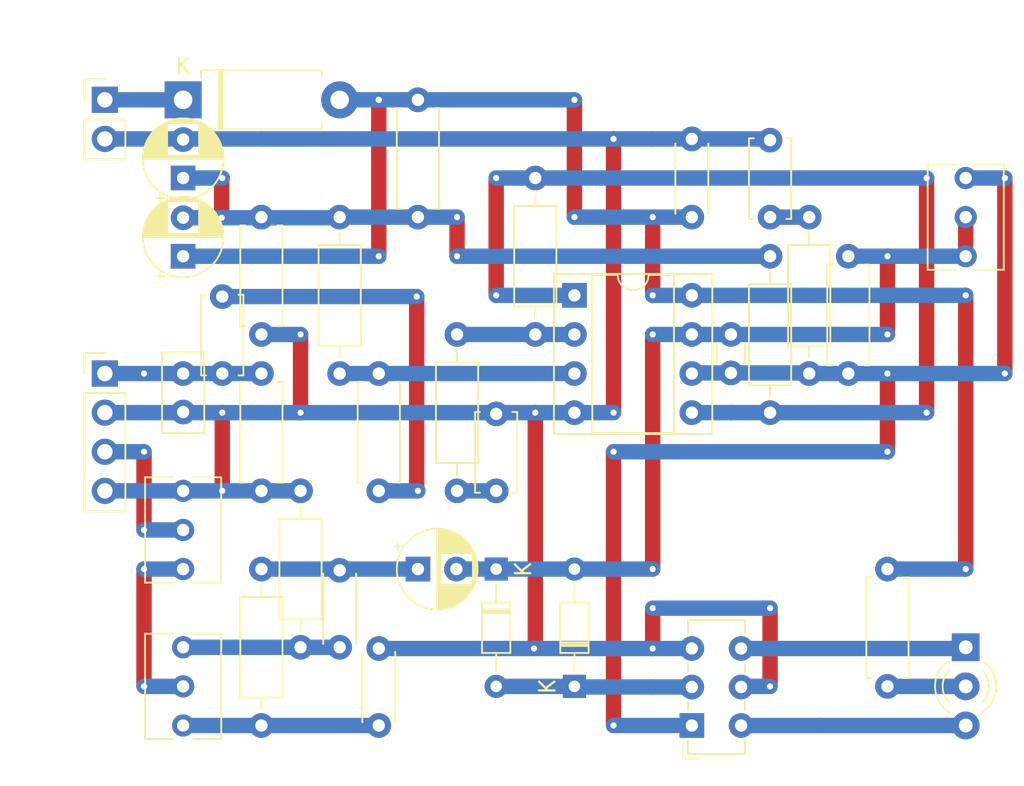
<source format=kicad_pcb>
(kicad_pcb (version 20171130) (host pcbnew 5.1.6-c6e7f7d~87~ubuntu18.04.1)

  (general
    (thickness 1.6)
    (drawings 11)
    (tracks 198)
    (zones 0)
    (modules 35)
    (nets 23)
  )

  (page A4)
  (layers
    (0 F.Cu signal)
    (31 B.Cu signal)
    (44 Edge.Cuts user)
    (45 Margin user)
    (46 B.CrtYd user)
    (47 F.CrtYd user)
  )

  (setup
    (last_trace_width 1)
    (user_trace_width 1)
    (trace_clearance 0.2)
    (zone_clearance 0.508)
    (zone_45_only no)
    (trace_min 0.2)
    (via_size 0.8)
    (via_drill 0.4)
    (via_min_size 0.4)
    (via_min_drill 0.3)
    (uvia_size 0.3)
    (uvia_drill 0.1)
    (uvias_allowed no)
    (uvia_min_size 0.2)
    (uvia_min_drill 0.1)
    (edge_width 0.05)
    (segment_width 0.2)
    (pcb_text_width 0.3)
    (pcb_text_size 1.5 1.5)
    (mod_edge_width 0.12)
    (mod_text_size 1 1)
    (mod_text_width 0.15)
    (pad_size 1.524 1.524)
    (pad_drill 0.762)
    (pad_to_mask_clearance 0.05)
    (aux_axis_origin 0 0)
    (grid_origin 144.78 73.66)
    (visible_elements FFFFFFFF)
    (pcbplotparams
      (layerselection 0x010fc_ffffffff)
      (usegerberextensions false)
      (usegerberattributes true)
      (usegerberadvancedattributes true)
      (creategerberjobfile true)
      (excludeedgelayer true)
      (linewidth 0.100000)
      (plotframeref false)
      (viasonmask false)
      (mode 1)
      (useauxorigin false)
      (hpglpennumber 1)
      (hpglpenspeed 20)
      (hpglpendiameter 15.000000)
      (psnegative false)
      (psa4output false)
      (plotreference true)
      (plotvalue true)
      (plotinvisibletext false)
      (padsonsilk false)
      (subtractmaskfromsilk false)
      (outputformat 1)
      (mirror false)
      (drillshape 1)
      (scaleselection 1)
      (outputdirectory ""))
  )

  (net 0 "")
  (net 1 "Net-(C1-Pad1)")
  (net 2 GND)
  (net 3 +9V)
  (net 4 "Net-(J2Signal1-Pad3)")
  (net 5 "Net-(R2-Pad2)")
  (net 6 "Net-(R7-Pad2)")
  (net 7 "Net-(C2-Pad2)")
  (net 8 "Net-(C6-Pad1)")
  (net 9 Vh)
  (net 10 "Net-(C4-Pad1)")
  (net 11 "Net-(R3-Pad2)")
  (net 12 "Net-(C3-Pad2)")
  (net 13 "Net-(C3-Pad1)")
  (net 14 "Net-(C5-Pad1)")
  (net 15 "Net-(C7-Pad1)")
  (net 16 "Net-(C8-Pad1)")
  (net 17 "Net-(D1-Pad2)")
  (net 18 "Net-(RV1-Pad2)")
  (net 19 "Net-(D3-Pad1)")
  (net 20 "Net-(D3-Pad3)")
  (net 21 "Net-(D3-Pad2)")
  (net 22 "Net-(D8-Pad1)")

  (net_class Default "This is the default net class."
    (clearance 0.2)
    (trace_width 0.25)
    (via_dia 0.8)
    (via_drill 0.4)
    (uvia_dia 0.3)
    (uvia_drill 0.1)
    (add_net +9V)
    (add_net GND)
    (add_net "Net-(C1-Pad1)")
    (add_net "Net-(C2-Pad2)")
    (add_net "Net-(C3-Pad1)")
    (add_net "Net-(C3-Pad2)")
    (add_net "Net-(C4-Pad1)")
    (add_net "Net-(C5-Pad1)")
    (add_net "Net-(C6-Pad1)")
    (add_net "Net-(C7-Pad1)")
    (add_net "Net-(C8-Pad1)")
    (add_net "Net-(D1-Pad2)")
    (add_net "Net-(D3-Pad1)")
    (add_net "Net-(D3-Pad2)")
    (add_net "Net-(D3-Pad3)")
    (add_net "Net-(D8-Pad1)")
    (add_net "Net-(J2Signal1-Pad3)")
    (add_net "Net-(R2-Pad2)")
    (add_net "Net-(R3-Pad2)")
    (add_net "Net-(R7-Pad2)")
    (add_net "Net-(RV1-Pad2)")
    (add_net Vh)
  )

  (module Button_Switch_THT:SW_E-Switch_EG1271_DPDT (layer F.Cu) (tedit 5BB336EF) (tstamp 5F72507C)
    (at 109.22 91.44 90)
    (descr "E-Switch sub miniature slide switch, EG series, DPDT, http://spec_sheets.e-switch.com/specs/P040047.pdf")
    (tags "switch DPDT")
    (path /5F6709D3)
    (fp_text reference SW1 (at 2.5 -1.65 90) (layer F.CrtYd)
      (effects (font (size 1 1) (thickness 0.15)))
    )
    (fp_text value SW_DPDT_x2 (at 2.5 5 90) (layer B.CrtYd)
      (effects (font (size 1 1) (thickness 0.15)))
    )
    (fp_line (start -2 4.25) (end -2 -1.05) (layer F.CrtYd) (width 0.05))
    (fp_line (start 7 4.25) (end -2 4.25) (layer F.CrtYd) (width 0.05))
    (fp_line (start 7 -1.05) (end 7 4.25) (layer F.CrtYd) (width 0.05))
    (fp_line (start -2 -1.05) (end 7 -1.05) (layer F.CrtYd) (width 0.05))
    (fp_line (start -2.15 -0.55) (end -1.15 -0.55) (layer F.SilkS) (width 0.12))
    (fp_line (start -2.15 0.45) (end -2.15 -0.55) (layer F.SilkS) (width 0.12))
    (fp_line (start -1.85 3.45) (end -1.85 -0.25) (layer F.SilkS) (width 0.12))
    (fp_line (start -0.97 3.45) (end -1.85 3.45) (layer F.SilkS) (width 0.12))
    (fp_line (start 1.53 3.45) (end 0.97 3.45) (layer F.SilkS) (width 0.12))
    (fp_line (start 4.02 3.45) (end 3.47 3.45) (layer F.SilkS) (width 0.12))
    (fp_line (start 6.85 3.45) (end 5.98 3.45) (layer F.SilkS) (width 0.12))
    (fp_line (start 6.85 -0.25) (end 6.85 3.45) (layer F.SilkS) (width 0.12))
    (fp_line (start 5.97 -0.25) (end 6.85 -0.25) (layer F.SilkS) (width 0.12))
    (fp_line (start 3.47 -0.25) (end 4.03 -0.25) (layer F.SilkS) (width 0.12))
    (fp_line (start 1 -0.25) (end 1.53 -0.25) (layer F.SilkS) (width 0.12))
    (fp_line (start -1.85 -0.25) (end -1 -0.25) (layer F.SilkS) (width 0.12))
    (fp_line (start -1.75 -0.15) (end -1.75 3.35) (layer F.Fab) (width 0.1))
    (fp_line (start 6.75 3.35) (end -1.75 3.35) (layer F.Fab) (width 0.1))
    (fp_line (start 6.75 -0.15) (end 6.75 3.35) (layer F.Fab) (width 0.1))
    (fp_line (start -1.75 -0.15) (end 6.75 -0.15) (layer F.Fab) (width 0.1))
    (fp_line (start 2.15 0.6) (end 2.15 2.6) (layer F.Fab) (width 0.1))
    (fp_line (start 1.8 0.6) (end 1.8 2.6) (layer F.Fab) (width 0.1))
    (fp_line (start 1.45 0.6) (end 1.45 2.6) (layer F.Fab) (width 0.1))
    (fp_line (start 1.1 0.6) (end 1.1 2.6) (layer F.Fab) (width 0.1))
    (fp_line (start 0.75 0.6) (end 0.75 2.6) (layer F.Fab) (width 0.1))
    (fp_line (start 2.5 0.6) (end 2.5 2.6) (layer F.Fab) (width 0.1))
    (fp_line (start 0.4 0.6) (end 0.4 2.6) (layer F.Fab) (width 0.1))
    (fp_line (start 4.6 2.6) (end 0.4 2.6) (layer F.Fab) (width 0.1))
    (fp_line (start 4.6 0.6) (end 4.6 2.6) (layer F.Fab) (width 0.1))
    (fp_line (start 0.4 0.6) (end 4.6 0.6) (layer F.Fab) (width 0.1))
    (fp_text user %R (at 2.5 -1.65 90) (layer F.CrtYd)
      (effects (font (size 1 1) (thickness 0.15)))
    )
    (pad 6 thru_hole circle (at 5 3.2 90) (size 1.6 1.6) (drill 0.8) (layers *.Cu *.Mask)
      (net 19 "Net-(D3-Pad1)"))
    (pad 5 thru_hole circle (at 2.5 3.2 90) (size 1.6 1.6) (drill 0.8) (layers *.Cu *.Mask)
      (net 2 GND))
    (pad 4 thru_hole circle (at 0 3.2 90) (size 1.6 1.6) (drill 0.8) (layers *.Cu *.Mask)
      (net 20 "Net-(D3-Pad3)"))
    (pad 3 thru_hole circle (at 5 0 90) (size 1.6 1.6) (drill 0.8) (layers *.Cu *.Mask)
      (net 2 GND))
    (pad 2 thru_hole circle (at 2.5 0 90) (size 1.6 1.6) (drill 0.8) (layers *.Cu *.Mask)
      (net 17 "Net-(D1-Pad2)"))
    (pad 1 thru_hole rect (at 0 0 90) (size 1.6 1.6) (drill 0.8) (layers *.Cu *.Mask)
      (net 12 "Net-(C3-Pad2)"))
    (model ${KISYS3DMOD}/Button_Switch_THT.3dshapes/SW_E-Switch_EG1271_DPDT.wrl
      (at (xyz 0 0 0))
      (scale (xyz 1 1 1))
      (rotate (xyz 0 0 0))
    )
  )

  (module Potentiometer_THT:Potentiometer_Vishay_T73XW_Horizontal (layer F.Cu) (tedit 5A3D4993) (tstamp 5F725029)
    (at 76.2 81.28 180)
    (descr "Potentiometer, horizontal, Vishay T73XW, http://www.vishay.com/docs/51016/t73.pdf")
    (tags "Potentiometer horizontal Vishay T73XW")
    (path /5F742FBE)
    (fp_text reference RV2 (at 0 -2.01) (layer F.CrtYd)
      (effects (font (size 1 1) (thickness 0.15)))
    )
    (fp_text value R_POT (at 0 7.09) (layer B.CrtYd)
      (effects (font (size 1 1) (thickness 0.15)))
    )
    (fp_line (start 2.6 -1.05) (end -2.6 -1.05) (layer F.CrtYd) (width 0.05))
    (fp_line (start 2.6 6.1) (end 2.6 -1.05) (layer F.CrtYd) (width 0.05))
    (fp_line (start -2.6 6.1) (end 2.6 6.1) (layer F.CrtYd) (width 0.05))
    (fp_line (start -2.6 -1.05) (end -2.6 6.1) (layer F.CrtYd) (width 0.05))
    (fp_line (start -2.47 -0.88) (end -2.47 5.96) (layer F.SilkS) (width 0.12))
    (fp_line (start 2.47 -0.88) (end 2.47 5.96) (layer F.SilkS) (width 0.12))
    (fp_line (start 0.65 5.96) (end 2.47 5.96) (layer F.SilkS) (width 0.12))
    (fp_line (start -2.47 5.96) (end -0.65 5.96) (layer F.SilkS) (width 0.12))
    (fp_line (start 0.65 -0.88) (end 2.47 -0.88) (layer F.SilkS) (width 0.12))
    (fp_line (start -2.47 -0.88) (end -0.65 -0.88) (layer F.SilkS) (width 0.12))
    (fp_line (start -2.35 -0.76) (end 2.35 -0.76) (layer F.Fab) (width 0.1))
    (fp_line (start -2.35 5.84) (end -2.35 -0.76) (layer F.Fab) (width 0.1))
    (fp_line (start 2.35 5.84) (end -2.35 5.84) (layer F.Fab) (width 0.1))
    (fp_line (start 2.35 -0.76) (end 2.35 5.84) (layer F.Fab) (width 0.1))
    (fp_text user %R (at 0 2.54) (layer F.CrtYd)
      (effects (font (size 1 1) (thickness 0.15)))
    )
    (pad 1 thru_hole circle (at 0 0 180) (size 1.44 1.44) (drill 0.8) (layers *.Cu *.Mask)
      (net 18 "Net-(RV1-Pad2)"))
    (pad 2 thru_hole circle (at 0 2.54 180) (size 1.44 1.44) (drill 0.8) (layers *.Cu *.Mask)
      (net 4 "Net-(J2Signal1-Pad3)"))
    (pad 3 thru_hole circle (at 0 5.08 180) (size 1.44 1.44) (drill 0.8) (layers *.Cu *.Mask)
      (net 2 GND))
    (model ${KISYS3DMOD}/Potentiometer_THT.3dshapes/Potentiometer_Vishay_T73XW_Horizontal.wrl
      (at (xyz 0 0 0))
      (scale (xyz 1 1 1))
      (rotate (xyz 0 0 0))
    )
  )

  (module Potentiometer_THT:Potentiometer_Vishay_T73XW_Horizontal (layer F.Cu) (tedit 5A3D4993) (tstamp 5F725013)
    (at 76.2 86.36)
    (descr "Potentiometer, horizontal, Vishay T73XW, http://www.vishay.com/docs/51016/t73.pdf")
    (tags "Potentiometer horizontal Vishay T73XW")
    (path /5F74100E)
    (fp_text reference RV1 (at 0 -2.01) (layer F.CrtYd)
      (effects (font (size 1 1) (thickness 0.15)))
    )
    (fp_text value R_POT (at 0 7.09) (layer B.CrtYd)
      (effects (font (size 1 1) (thickness 0.15)))
    )
    (fp_line (start 2.6 -1.05) (end -2.6 -1.05) (layer F.CrtYd) (width 0.05))
    (fp_line (start 2.6 6.1) (end 2.6 -1.05) (layer F.CrtYd) (width 0.05))
    (fp_line (start -2.6 6.1) (end 2.6 6.1) (layer F.CrtYd) (width 0.05))
    (fp_line (start -2.6 -1.05) (end -2.6 6.1) (layer F.CrtYd) (width 0.05))
    (fp_line (start -2.47 -0.88) (end -2.47 5.96) (layer F.SilkS) (width 0.12))
    (fp_line (start 2.47 -0.88) (end 2.47 5.96) (layer F.SilkS) (width 0.12))
    (fp_line (start 0.65 5.96) (end 2.47 5.96) (layer F.SilkS) (width 0.12))
    (fp_line (start -2.47 5.96) (end -0.65 5.96) (layer F.SilkS) (width 0.12))
    (fp_line (start 0.65 -0.88) (end 2.47 -0.88) (layer F.SilkS) (width 0.12))
    (fp_line (start -2.47 -0.88) (end -0.65 -0.88) (layer F.SilkS) (width 0.12))
    (fp_line (start -2.35 -0.76) (end 2.35 -0.76) (layer F.Fab) (width 0.1))
    (fp_line (start -2.35 5.84) (end -2.35 -0.76) (layer F.Fab) (width 0.1))
    (fp_line (start 2.35 5.84) (end -2.35 5.84) (layer F.Fab) (width 0.1))
    (fp_line (start 2.35 -0.76) (end 2.35 5.84) (layer F.Fab) (width 0.1))
    (fp_text user %R (at 0 2.54) (layer F.CrtYd)
      (effects (font (size 1 1) (thickness 0.15)))
    )
    (pad 1 thru_hole circle (at 0 0) (size 1.44 1.44) (drill 0.8) (layers *.Cu *.Mask)
      (net 15 "Net-(C7-Pad1)"))
    (pad 2 thru_hole circle (at 0 2.54) (size 1.44 1.44) (drill 0.8) (layers *.Cu *.Mask)
      (net 18 "Net-(RV1-Pad2)"))
    (pad 3 thru_hole circle (at 0 5.08) (size 1.44 1.44) (drill 0.8) (layers *.Cu *.Mask)
      (net 16 "Net-(C8-Pad1)"))
    (model ${KISYS3DMOD}/Potentiometer_THT.3dshapes/Potentiometer_Vishay_T73XW_Horizontal.wrl
      (at (xyz 0 0 0))
      (scale (xyz 1 1 1))
      (rotate (xyz 0 0 0))
    )
  )

  (module Resistor_THT:R_Axial_DIN0207_L6.3mm_D2.5mm_P10.16mm_Horizontal (layer F.Cu) (tedit 5AE5139B) (tstamp 5F724FA5)
    (at 83.82 76.2 270)
    (descr "Resistor, Axial_DIN0207 series, Axial, Horizontal, pin pitch=10.16mm, 0.25W = 1/4W, length*diameter=6.3*2.5mm^2, http://cdn-reichelt.de/documents/datenblatt/B400/1_4W%23YAG.pdf")
    (tags "Resistor Axial_DIN0207 series Axial Horizontal pin pitch 10.16mm 0.25W = 1/4W length 6.3mm diameter 2.5mm")
    (path /5F761953)
    (fp_text reference R10 (at 5.08 -2.37 90) (layer F.CrtYd)
      (effects (font (size 1 1) (thickness 0.15)))
    )
    (fp_text value 50k (at 5.08 2.37 90) (layer B.CrtYd)
      (effects (font (size 1 1) (thickness 0.15)))
    )
    (fp_line (start 11.21 -1.5) (end -1.05 -1.5) (layer F.CrtYd) (width 0.05))
    (fp_line (start 11.21 1.5) (end 11.21 -1.5) (layer F.CrtYd) (width 0.05))
    (fp_line (start -1.05 1.5) (end 11.21 1.5) (layer F.CrtYd) (width 0.05))
    (fp_line (start -1.05 -1.5) (end -1.05 1.5) (layer F.CrtYd) (width 0.05))
    (fp_line (start 9.12 0) (end 8.35 0) (layer F.SilkS) (width 0.12))
    (fp_line (start 1.04 0) (end 1.81 0) (layer F.SilkS) (width 0.12))
    (fp_line (start 8.35 -1.37) (end 1.81 -1.37) (layer F.SilkS) (width 0.12))
    (fp_line (start 8.35 1.37) (end 8.35 -1.37) (layer F.SilkS) (width 0.12))
    (fp_line (start 1.81 1.37) (end 8.35 1.37) (layer F.SilkS) (width 0.12))
    (fp_line (start 1.81 -1.37) (end 1.81 1.37) (layer F.SilkS) (width 0.12))
    (fp_line (start 10.16 0) (end 8.23 0) (layer F.Fab) (width 0.1))
    (fp_line (start 0 0) (end 1.93 0) (layer F.Fab) (width 0.1))
    (fp_line (start 8.23 -1.25) (end 1.93 -1.25) (layer F.Fab) (width 0.1))
    (fp_line (start 8.23 1.25) (end 8.23 -1.25) (layer F.Fab) (width 0.1))
    (fp_line (start 1.93 1.25) (end 8.23 1.25) (layer F.Fab) (width 0.1))
    (fp_line (start 1.93 -1.25) (end 1.93 1.25) (layer F.Fab) (width 0.1))
    (fp_text user %R (at 5.08 0 90) (layer F.CrtYd)
      (effects (font (size 1 1) (thickness 0.15)))
    )
    (pad 2 thru_hole oval (at 10.16 0 270) (size 1.6 1.6) (drill 0.8) (layers *.Cu *.Mask)
      (net 15 "Net-(C7-Pad1)"))
    (pad 1 thru_hole circle (at 0 0 270) (size 1.6 1.6) (drill 0.8) (layers *.Cu *.Mask)
      (net 2 GND))
    (model ${KISYS3DMOD}/Resistor_THT.3dshapes/R_Axial_DIN0207_L6.3mm_D2.5mm_P10.16mm_Horizontal.wrl
      (at (xyz 0 0 0))
      (scale (xyz 1 1 1))
      (rotate (xyz 0 0 0))
    )
  )

  (module Resistor_THT:R_Axial_DIN0207_L6.3mm_D2.5mm_P10.16mm_Horizontal (layer F.Cu) (tedit 5AE5139B) (tstamp 5F724F0A)
    (at 81.28 91.44 90)
    (descr "Resistor, Axial_DIN0207 series, Axial, Horizontal, pin pitch=10.16mm, 0.25W = 1/4W, length*diameter=6.3*2.5mm^2, http://cdn-reichelt.de/documents/datenblatt/B400/1_4W%23YAG.pdf")
    (tags "Resistor Axial_DIN0207 series Axial Horizontal pin pitch 10.16mm 0.25W = 1/4W length 6.3mm diameter 2.5mm")
    (path /5F761CF3)
    (fp_text reference R6 (at 5.08 -2.37 90) (layer F.CrtYd)
      (effects (font (size 1 1) (thickness 0.15)))
    )
    (fp_text value 10k (at 5.08 2.37 90) (layer B.CrtYd)
      (effects (font (size 1 1) (thickness 0.15)))
    )
    (fp_line (start 11.21 -1.5) (end -1.05 -1.5) (layer F.CrtYd) (width 0.05))
    (fp_line (start 11.21 1.5) (end 11.21 -1.5) (layer F.CrtYd) (width 0.05))
    (fp_line (start -1.05 1.5) (end 11.21 1.5) (layer F.CrtYd) (width 0.05))
    (fp_line (start -1.05 -1.5) (end -1.05 1.5) (layer F.CrtYd) (width 0.05))
    (fp_line (start 9.12 0) (end 8.35 0) (layer F.SilkS) (width 0.12))
    (fp_line (start 1.04 0) (end 1.81 0) (layer F.SilkS) (width 0.12))
    (fp_line (start 8.35 -1.37) (end 1.81 -1.37) (layer F.SilkS) (width 0.12))
    (fp_line (start 8.35 1.37) (end 8.35 -1.37) (layer F.SilkS) (width 0.12))
    (fp_line (start 1.81 1.37) (end 8.35 1.37) (layer F.SilkS) (width 0.12))
    (fp_line (start 1.81 -1.37) (end 1.81 1.37) (layer F.SilkS) (width 0.12))
    (fp_line (start 10.16 0) (end 8.23 0) (layer F.Fab) (width 0.1))
    (fp_line (start 0 0) (end 1.93 0) (layer F.Fab) (width 0.1))
    (fp_line (start 8.23 -1.25) (end 1.93 -1.25) (layer F.Fab) (width 0.1))
    (fp_line (start 8.23 1.25) (end 8.23 -1.25) (layer F.Fab) (width 0.1))
    (fp_line (start 1.93 1.25) (end 8.23 1.25) (layer F.Fab) (width 0.1))
    (fp_line (start 1.93 -1.25) (end 1.93 1.25) (layer F.Fab) (width 0.1))
    (fp_text user %R (at 5.08 0 90) (layer F.CrtYd)
      (effects (font (size 1 1) (thickness 0.15)))
    )
    (pad 2 thru_hole oval (at 10.16 0 90) (size 1.6 1.6) (drill 0.8) (layers *.Cu *.Mask)
      (net 14 "Net-(C5-Pad1)"))
    (pad 1 thru_hole circle (at 0 0 90) (size 1.6 1.6) (drill 0.8) (layers *.Cu *.Mask)
      (net 16 "Net-(C8-Pad1)"))
    (model ${KISYS3DMOD}/Resistor_THT.3dshapes/R_Axial_DIN0207_L6.3mm_D2.5mm_P10.16mm_Horizontal.wrl
      (at (xyz 0 0 0))
      (scale (xyz 1 1 1))
      (rotate (xyz 0 0 0))
    )
  )

  (module Resistor_THT:R_Axial_DIN0207_L6.3mm_D2.5mm_P7.62mm_Horizontal (layer F.Cu) (tedit 5AE5139B) (tstamp 5F724EC7)
    (at 121.92 81.28 270)
    (descr "Resistor, Axial_DIN0207 series, Axial, Horizontal, pin pitch=7.62mm, 0.25W = 1/4W, length*diameter=6.3*2.5mm^2, http://cdn-reichelt.de/documents/datenblatt/B400/1_4W%23YAG.pdf")
    (tags "Resistor Axial_DIN0207 series Axial Horizontal pin pitch 7.62mm 0.25W = 1/4W length 6.3mm diameter 2.5mm")
    (path /5F6DCF18)
    (fp_text reference R4 (at 3.81 -2.37 90) (layer F.CrtYd)
      (effects (font (size 1 1) (thickness 0.15)))
    )
    (fp_text value 560 (at 3.81 2.37 90) (layer B.CrtYd)
      (effects (font (size 1 1) (thickness 0.15)))
    )
    (fp_line (start 8.67 -1.5) (end -1.05 -1.5) (layer F.CrtYd) (width 0.05))
    (fp_line (start 8.67 1.5) (end 8.67 -1.5) (layer F.CrtYd) (width 0.05))
    (fp_line (start -1.05 1.5) (end 8.67 1.5) (layer F.CrtYd) (width 0.05))
    (fp_line (start -1.05 -1.5) (end -1.05 1.5) (layer F.CrtYd) (width 0.05))
    (fp_line (start 7.08 1.37) (end 7.08 1.04) (layer F.SilkS) (width 0.12))
    (fp_line (start 0.54 1.37) (end 7.08 1.37) (layer F.SilkS) (width 0.12))
    (fp_line (start 0.54 1.04) (end 0.54 1.37) (layer F.SilkS) (width 0.12))
    (fp_line (start 7.08 -1.37) (end 7.08 -1.04) (layer F.SilkS) (width 0.12))
    (fp_line (start 0.54 -1.37) (end 7.08 -1.37) (layer F.SilkS) (width 0.12))
    (fp_line (start 0.54 -1.04) (end 0.54 -1.37) (layer F.SilkS) (width 0.12))
    (fp_line (start 7.62 0) (end 6.96 0) (layer F.Fab) (width 0.1))
    (fp_line (start 0 0) (end 0.66 0) (layer F.Fab) (width 0.1))
    (fp_line (start 6.96 -1.25) (end 0.66 -1.25) (layer F.Fab) (width 0.1))
    (fp_line (start 6.96 1.25) (end 6.96 -1.25) (layer F.Fab) (width 0.1))
    (fp_line (start 0.66 1.25) (end 6.96 1.25) (layer F.Fab) (width 0.1))
    (fp_line (start 0.66 -1.25) (end 0.66 1.25) (layer F.Fab) (width 0.1))
    (fp_text user %R (at 3.81 0 90) (layer F.CrtYd)
      (effects (font (size 1 1) (thickness 0.15)))
    )
    (pad 2 thru_hole oval (at 7.62 0 270) (size 1.6 1.6) (drill 0.8) (layers *.Cu *.Mask)
      (net 21 "Net-(D3-Pad2)"))
    (pad 1 thru_hole circle (at 0 0 270) (size 1.6 1.6) (drill 0.8) (layers *.Cu *.Mask)
      (net 3 +9V))
    (model ${KISYS3DMOD}/Resistor_THT.3dshapes/R_Axial_DIN0207_L6.3mm_D2.5mm_P7.62mm_Horizontal.wrl
      (at (xyz 0 0 0))
      (scale (xyz 1 1 1))
      (rotate (xyz 0 0 0))
    )
  )

  (module LED_THT:LED_D3.0mm-3 (layer F.Cu) (tedit 587A3A7B) (tstamp 5F724D98)
    (at 127 86.36 270)
    (descr "LED, diameter 3.0mm, 2 pins, diameter 3.0mm, 3 pins, http://www.kingbright.com/attachments/file/psearch/000/00/00/L-3VSURKCGKC(Ver.8A).pdf")
    (tags "LED diameter 3.0mm 2 pins diameter 3.0mm 3 pins")
    (path /5F6DB466)
    (fp_text reference D3 (at 2.54 -2.96 90) (layer F.CrtYd)
      (effects (font (size 1 1) (thickness 0.15)))
    )
    (fp_text value LED_Dual_CAC (at 2.54 2.96 90) (layer B.CrtYd)
      (effects (font (size 1 1) (thickness 0.15)))
    )
    (fp_line (start 6.25 -2.25) (end -1.15 -2.25) (layer F.CrtYd) (width 0.05))
    (fp_line (start 6.25 2.25) (end 6.25 -2.25) (layer F.CrtYd) (width 0.05))
    (fp_line (start -1.15 2.25) (end 6.25 2.25) (layer F.CrtYd) (width 0.05))
    (fp_line (start -1.15 -2.25) (end -1.15 2.25) (layer F.CrtYd) (width 0.05))
    (fp_line (start 0.98 1.08) (end 0.98 1.236) (layer F.SilkS) (width 0.12))
    (fp_line (start 0.98 -1.236) (end 0.98 -1.08) (layer F.SilkS) (width 0.12))
    (fp_line (start 1.04 -1.16619) (end 1.04 1.16619) (layer F.Fab) (width 0.1))
    (fp_circle (center 2.54 0) (end 4.04 0) (layer F.Fab) (width 0.1))
    (fp_arc (start 2.54 0) (end 1.499039 1.08) (angle -87.9) (layer F.SilkS) (width 0.12))
    (fp_arc (start 2.54 0) (end 1.499039 -1.08) (angle 87.9) (layer F.SilkS) (width 0.12))
    (fp_arc (start 2.54 0) (end 0.98 1.235516) (angle -108.8) (layer F.SilkS) (width 0.12))
    (fp_arc (start 2.54 0) (end 0.98 -1.235516) (angle 108.8) (layer F.SilkS) (width 0.12))
    (fp_arc (start 2.54 0) (end 1.04 -1.16619) (angle 284.3) (layer F.Fab) (width 0.1))
    (pad 3 thru_hole circle (at 5.08 0 270) (size 1.8 1.8) (drill 0.9) (layers *.Cu *.Mask)
      (net 20 "Net-(D3-Pad3)"))
    (pad 2 thru_hole circle (at 2.54 0 270) (size 1.8 1.8) (drill 0.9) (layers *.Cu *.Mask)
      (net 21 "Net-(D3-Pad2)"))
    (pad 1 thru_hole rect (at 0 0 270) (size 1.8 1.8) (drill 0.9) (layers *.Cu *.Mask)
      (net 19 "Net-(D3-Pad1)"))
    (model ${KISYS3DMOD}/LED_THT.3dshapes/LED_D3.0mm-3.wrl
      (at (xyz 0 0 0))
      (scale (xyz 1 1 1))
      (rotate (xyz 0 0 0))
    )
  )

  (module Diode_THT:D_DO-34_SOD68_P7.62mm_Horizontal (layer F.Cu) (tedit 5AE50CD5) (tstamp 5F724D84)
    (at 101.6 88.9 90)
    (descr "Diode, DO-34_SOD68 series, Axial, Horizontal, pin pitch=7.62mm, , length*diameter=3.04*1.6mm^2, , https://www.nxp.com/docs/en/data-sheet/KTY83_SER.pdf")
    (tags "Diode DO-34_SOD68 series Axial Horizontal pin pitch 7.62mm  length 3.04mm diameter 1.6mm")
    (path /5F66F342)
    (fp_text reference D2 (at 3.81 -1.92 90) (layer F.CrtYd)
      (effects (font (size 1 1) (thickness 0.15)))
    )
    (fp_text value D (at 3.81 1.92 90) (layer B.CrtYd)
      (effects (font (size 1 1) (thickness 0.15)))
    )
    (fp_line (start 8.63 -1.05) (end -1 -1.05) (layer F.CrtYd) (width 0.05))
    (fp_line (start 8.63 1.05) (end 8.63 -1.05) (layer F.CrtYd) (width 0.05))
    (fp_line (start -1 1.05) (end 8.63 1.05) (layer F.CrtYd) (width 0.05))
    (fp_line (start -1 -1.05) (end -1 1.05) (layer F.CrtYd) (width 0.05))
    (fp_line (start 2.626 -0.92) (end 2.626 0.92) (layer F.SilkS) (width 0.12))
    (fp_line (start 2.866 -0.92) (end 2.866 0.92) (layer F.SilkS) (width 0.12))
    (fp_line (start 2.746 -0.92) (end 2.746 0.92) (layer F.SilkS) (width 0.12))
    (fp_line (start 6.63 0) (end 5.45 0) (layer F.SilkS) (width 0.12))
    (fp_line (start 0.99 0) (end 2.17 0) (layer F.SilkS) (width 0.12))
    (fp_line (start 5.45 -0.92) (end 2.17 -0.92) (layer F.SilkS) (width 0.12))
    (fp_line (start 5.45 0.92) (end 5.45 -0.92) (layer F.SilkS) (width 0.12))
    (fp_line (start 2.17 0.92) (end 5.45 0.92) (layer F.SilkS) (width 0.12))
    (fp_line (start 2.17 -0.92) (end 2.17 0.92) (layer F.SilkS) (width 0.12))
    (fp_line (start 2.646 -0.8) (end 2.646 0.8) (layer F.Fab) (width 0.1))
    (fp_line (start 2.846 -0.8) (end 2.846 0.8) (layer F.Fab) (width 0.1))
    (fp_line (start 2.746 -0.8) (end 2.746 0.8) (layer F.Fab) (width 0.1))
    (fp_line (start 7.62 0) (end 5.33 0) (layer F.Fab) (width 0.1))
    (fp_line (start 0 0) (end 2.29 0) (layer F.Fab) (width 0.1))
    (fp_line (start 5.33 -0.8) (end 2.29 -0.8) (layer F.Fab) (width 0.1))
    (fp_line (start 5.33 0.8) (end 5.33 -0.8) (layer F.Fab) (width 0.1))
    (fp_line (start 2.29 0.8) (end 5.33 0.8) (layer F.Fab) (width 0.1))
    (fp_line (start 2.29 -0.8) (end 2.29 0.8) (layer F.Fab) (width 0.1))
    (fp_text user K (at 0 -1.75 90) (layer F.SilkS)
      (effects (font (size 1 1) (thickness 0.15)))
    )
    (fp_text user K (at 0 -1.75 90) (layer F.Fab)
      (effects (font (size 1 1) (thickness 0.15)))
    )
    (fp_text user %R (at 4.038 0 90) (layer F.CrtYd)
      (effects (font (size 0.608 0.608) (thickness 0.0912)))
    )
    (pad 2 thru_hole oval (at 7.62 0 90) (size 1.5 1.5) (drill 0.75) (layers *.Cu *.Mask)
      (net 13 "Net-(C3-Pad1)"))
    (pad 1 thru_hole rect (at 0 0 90) (size 1.5 1.5) (drill 0.75) (layers *.Cu *.Mask)
      (net 17 "Net-(D1-Pad2)"))
    (model ${KISYS3DMOD}/Diode_THT.3dshapes/D_DO-34_SOD68_P7.62mm_Horizontal.wrl
      (at (xyz 0 0 0))
      (scale (xyz 1 1 1))
      (rotate (xyz 0 0 0))
    )
  )

  (module Diode_THT:D_DO-34_SOD68_P7.62mm_Horizontal (layer F.Cu) (tedit 5AE50CD5) (tstamp 5F724D65)
    (at 96.52 81.28 270)
    (descr "Diode, DO-34_SOD68 series, Axial, Horizontal, pin pitch=7.62mm, , length*diameter=3.04*1.6mm^2, , https://www.nxp.com/docs/en/data-sheet/KTY83_SER.pdf")
    (tags "Diode DO-34_SOD68 series Axial Horizontal pin pitch 7.62mm  length 3.04mm diameter 1.6mm")
    (path /5F66B52F)
    (fp_text reference D1 (at 3.81 -1.92 90) (layer F.CrtYd)
      (effects (font (size 1 1) (thickness 0.15)))
    )
    (fp_text value D (at 3.81 1.92 90) (layer B.CrtYd)
      (effects (font (size 1 1) (thickness 0.15)))
    )
    (fp_line (start 8.63 -1.05) (end -1 -1.05) (layer F.CrtYd) (width 0.05))
    (fp_line (start 8.63 1.05) (end 8.63 -1.05) (layer F.CrtYd) (width 0.05))
    (fp_line (start -1 1.05) (end 8.63 1.05) (layer F.CrtYd) (width 0.05))
    (fp_line (start -1 -1.05) (end -1 1.05) (layer F.CrtYd) (width 0.05))
    (fp_line (start 2.626 -0.92) (end 2.626 0.92) (layer F.SilkS) (width 0.12))
    (fp_line (start 2.866 -0.92) (end 2.866 0.92) (layer F.SilkS) (width 0.12))
    (fp_line (start 2.746 -0.92) (end 2.746 0.92) (layer F.SilkS) (width 0.12))
    (fp_line (start 6.63 0) (end 5.45 0) (layer F.SilkS) (width 0.12))
    (fp_line (start 0.99 0) (end 2.17 0) (layer F.SilkS) (width 0.12))
    (fp_line (start 5.45 -0.92) (end 2.17 -0.92) (layer F.SilkS) (width 0.12))
    (fp_line (start 5.45 0.92) (end 5.45 -0.92) (layer F.SilkS) (width 0.12))
    (fp_line (start 2.17 0.92) (end 5.45 0.92) (layer F.SilkS) (width 0.12))
    (fp_line (start 2.17 -0.92) (end 2.17 0.92) (layer F.SilkS) (width 0.12))
    (fp_line (start 2.646 -0.8) (end 2.646 0.8) (layer F.Fab) (width 0.1))
    (fp_line (start 2.846 -0.8) (end 2.846 0.8) (layer F.Fab) (width 0.1))
    (fp_line (start 2.746 -0.8) (end 2.746 0.8) (layer F.Fab) (width 0.1))
    (fp_line (start 7.62 0) (end 5.33 0) (layer F.Fab) (width 0.1))
    (fp_line (start 0 0) (end 2.29 0) (layer F.Fab) (width 0.1))
    (fp_line (start 5.33 -0.8) (end 2.29 -0.8) (layer F.Fab) (width 0.1))
    (fp_line (start 5.33 0.8) (end 5.33 -0.8) (layer F.Fab) (width 0.1))
    (fp_line (start 2.29 0.8) (end 5.33 0.8) (layer F.Fab) (width 0.1))
    (fp_line (start 2.29 -0.8) (end 2.29 0.8) (layer F.Fab) (width 0.1))
    (fp_text user K (at 0 -1.75 90) (layer F.SilkS)
      (effects (font (size 1 1) (thickness 0.15)))
    )
    (fp_text user K (at 0 -1.75 90) (layer F.Fab)
      (effects (font (size 1 1) (thickness 0.15)))
    )
    (fp_text user %R (at 4.038 0 90) (layer F.CrtYd)
      (effects (font (size 0.608 0.608) (thickness 0.0912)))
    )
    (pad 2 thru_hole oval (at 7.62 0 270) (size 1.5 1.5) (drill 0.75) (layers *.Cu *.Mask)
      (net 17 "Net-(D1-Pad2)"))
    (pad 1 thru_hole rect (at 0 0 270) (size 1.5 1.5) (drill 0.75) (layers *.Cu *.Mask)
      (net 13 "Net-(C3-Pad1)"))
    (model ${KISYS3DMOD}/Diode_THT.3dshapes/D_DO-34_SOD68_P7.62mm_Horizontal.wrl
      (at (xyz 0 0 0))
      (scale (xyz 1 1 1))
      (rotate (xyz 0 0 0))
    )
  )

  (module Capacitor_THT:C_Disc_D4.3mm_W1.9mm_P5.00mm (layer F.Cu) (tedit 5AE50EF0) (tstamp 5F724B12)
    (at 88.9 91.44 90)
    (descr "C, Disc series, Radial, pin pitch=5.00mm, , diameter*width=4.3*1.9mm^2, Capacitor, http://www.vishay.com/docs/45233/krseries.pdf")
    (tags "C Disc series Radial pin pitch 5.00mm  diameter 4.3mm width 1.9mm Capacitor")
    (path /5F763DCB)
    (fp_text reference C8 (at 2.5 -2.2 90) (layer F.CrtYd)
      (effects (font (size 1 1) (thickness 0.15)))
    )
    (fp_text value 22n (at 2.5 2.2 90) (layer B.CrtYd)
      (effects (font (size 1 1) (thickness 0.15)))
    )
    (fp_line (start 6.05 -1.2) (end -1.05 -1.2) (layer F.CrtYd) (width 0.05))
    (fp_line (start 6.05 1.2) (end 6.05 -1.2) (layer F.CrtYd) (width 0.05))
    (fp_line (start -1.05 1.2) (end 6.05 1.2) (layer F.CrtYd) (width 0.05))
    (fp_line (start -1.05 -1.2) (end -1.05 1.2) (layer F.CrtYd) (width 0.05))
    (fp_line (start 4.77 1.055) (end 4.77 1.07) (layer F.SilkS) (width 0.12))
    (fp_line (start 4.77 -1.07) (end 4.77 -1.055) (layer F.SilkS) (width 0.12))
    (fp_line (start 0.23 1.055) (end 0.23 1.07) (layer F.SilkS) (width 0.12))
    (fp_line (start 0.23 -1.07) (end 0.23 -1.055) (layer F.SilkS) (width 0.12))
    (fp_line (start 0.23 1.07) (end 4.77 1.07) (layer F.SilkS) (width 0.12))
    (fp_line (start 0.23 -1.07) (end 4.77 -1.07) (layer F.SilkS) (width 0.12))
    (fp_line (start 4.65 -0.95) (end 0.35 -0.95) (layer F.Fab) (width 0.1))
    (fp_line (start 4.65 0.95) (end 4.65 -0.95) (layer F.Fab) (width 0.1))
    (fp_line (start 0.35 0.95) (end 4.65 0.95) (layer F.Fab) (width 0.1))
    (fp_line (start 0.35 -0.95) (end 0.35 0.95) (layer F.Fab) (width 0.1))
    (fp_text user %R (at 2.5 0 90) (layer F.CrtYd)
      (effects (font (size 0.86 0.86) (thickness 0.129)))
    )
    (pad 2 thru_hole circle (at 5 0 90) (size 1.6 1.6) (drill 0.8) (layers *.Cu *.Mask)
      (net 2 GND))
    (pad 1 thru_hole circle (at 0 0 90) (size 1.6 1.6) (drill 0.8) (layers *.Cu *.Mask)
      (net 16 "Net-(C8-Pad1)"))
    (model ${KISYS3DMOD}/Capacitor_THT.3dshapes/C_Disc_D4.3mm_W1.9mm_P5.00mm.wrl
      (at (xyz 0 0 0))
      (scale (xyz 1 1 1))
      (rotate (xyz 0 0 0))
    )
  )

  (module Capacitor_THT:C_Disc_D4.3mm_W1.9mm_P5.00mm (layer F.Cu) (tedit 5AE50EF0) (tstamp 5F724AFD)
    (at 86.36 86.36 90)
    (descr "C, Disc series, Radial, pin pitch=5.00mm, , diameter*width=4.3*1.9mm^2, Capacitor, http://www.vishay.com/docs/45233/krseries.pdf")
    (tags "C Disc series Radial pin pitch 5.00mm  diameter 4.3mm width 1.9mm Capacitor")
    (path /5F765D12)
    (fp_text reference C7 (at 2.5 -2.2 90) (layer F.CrtYd)
      (effects (font (size 1 1) (thickness 0.15)))
    )
    (fp_text value 10n (at 2.5 2.2 90) (layer B.CrtYd)
      (effects (font (size 1 1) (thickness 0.15)))
    )
    (fp_line (start 6.05 -1.2) (end -1.05 -1.2) (layer F.CrtYd) (width 0.05))
    (fp_line (start 6.05 1.2) (end 6.05 -1.2) (layer F.CrtYd) (width 0.05))
    (fp_line (start -1.05 1.2) (end 6.05 1.2) (layer F.CrtYd) (width 0.05))
    (fp_line (start -1.05 -1.2) (end -1.05 1.2) (layer F.CrtYd) (width 0.05))
    (fp_line (start 4.77 1.055) (end 4.77 1.07) (layer F.SilkS) (width 0.12))
    (fp_line (start 4.77 -1.07) (end 4.77 -1.055) (layer F.SilkS) (width 0.12))
    (fp_line (start 0.23 1.055) (end 0.23 1.07) (layer F.SilkS) (width 0.12))
    (fp_line (start 0.23 -1.07) (end 0.23 -1.055) (layer F.SilkS) (width 0.12))
    (fp_line (start 0.23 1.07) (end 4.77 1.07) (layer F.SilkS) (width 0.12))
    (fp_line (start 0.23 -1.07) (end 4.77 -1.07) (layer F.SilkS) (width 0.12))
    (fp_line (start 4.65 -0.95) (end 0.35 -0.95) (layer F.Fab) (width 0.1))
    (fp_line (start 4.65 0.95) (end 4.65 -0.95) (layer F.Fab) (width 0.1))
    (fp_line (start 0.35 0.95) (end 4.65 0.95) (layer F.Fab) (width 0.1))
    (fp_line (start 0.35 -0.95) (end 0.35 0.95) (layer F.Fab) (width 0.1))
    (fp_text user %R (at 2.5 0 90) (layer F.CrtYd)
      (effects (font (size 0.86 0.86) (thickness 0.129)))
    )
    (pad 2 thru_hole circle (at 5 0 90) (size 1.6 1.6) (drill 0.8) (layers *.Cu *.Mask)
      (net 14 "Net-(C5-Pad1)"))
    (pad 1 thru_hole circle (at 0 0 90) (size 1.6 1.6) (drill 0.8) (layers *.Cu *.Mask)
      (net 15 "Net-(C7-Pad1)"))
    (model ${KISYS3DMOD}/Capacitor_THT.3dshapes/C_Disc_D4.3mm_W1.9mm_P5.00mm.wrl
      (at (xyz 0 0 0))
      (scale (xyz 1 1 1))
      (rotate (xyz 0 0 0))
    )
  )

  (module Capacitor_THT:CP_Radial_D5.0mm_P2.50mm (layer F.Cu) (tedit 5AE50EF0) (tstamp 5F724AC0)
    (at 91.44 81.28)
    (descr "CP, Radial series, Radial, pin pitch=2.50mm, , diameter=5mm, Electrolytic Capacitor")
    (tags "CP Radial series Radial pin pitch 2.50mm  diameter 5mm Electrolytic Capacitor")
    (path /5F78C8EC)
    (fp_text reference C5 (at 1.25 -3.75) (layer F.CrtYd)
      (effects (font (size 1 1) (thickness 0.15)))
    )
    (fp_text value 10u (at 1.25 3.75) (layer B.CrtYd)
      (effects (font (size 1 1) (thickness 0.15)))
    )
    (fp_line (start -1.304775 -1.725) (end -1.304775 -1.225) (layer F.SilkS) (width 0.12))
    (fp_line (start -1.554775 -1.475) (end -1.054775 -1.475) (layer F.SilkS) (width 0.12))
    (fp_line (start 3.851 -0.284) (end 3.851 0.284) (layer F.SilkS) (width 0.12))
    (fp_line (start 3.811 -0.518) (end 3.811 0.518) (layer F.SilkS) (width 0.12))
    (fp_line (start 3.771 -0.677) (end 3.771 0.677) (layer F.SilkS) (width 0.12))
    (fp_line (start 3.731 -0.805) (end 3.731 0.805) (layer F.SilkS) (width 0.12))
    (fp_line (start 3.691 -0.915) (end 3.691 0.915) (layer F.SilkS) (width 0.12))
    (fp_line (start 3.651 -1.011) (end 3.651 1.011) (layer F.SilkS) (width 0.12))
    (fp_line (start 3.611 -1.098) (end 3.611 1.098) (layer F.SilkS) (width 0.12))
    (fp_line (start 3.571 -1.178) (end 3.571 1.178) (layer F.SilkS) (width 0.12))
    (fp_line (start 3.531 1.04) (end 3.531 1.251) (layer F.SilkS) (width 0.12))
    (fp_line (start 3.531 -1.251) (end 3.531 -1.04) (layer F.SilkS) (width 0.12))
    (fp_line (start 3.491 1.04) (end 3.491 1.319) (layer F.SilkS) (width 0.12))
    (fp_line (start 3.491 -1.319) (end 3.491 -1.04) (layer F.SilkS) (width 0.12))
    (fp_line (start 3.451 1.04) (end 3.451 1.383) (layer F.SilkS) (width 0.12))
    (fp_line (start 3.451 -1.383) (end 3.451 -1.04) (layer F.SilkS) (width 0.12))
    (fp_line (start 3.411 1.04) (end 3.411 1.443) (layer F.SilkS) (width 0.12))
    (fp_line (start 3.411 -1.443) (end 3.411 -1.04) (layer F.SilkS) (width 0.12))
    (fp_line (start 3.371 1.04) (end 3.371 1.5) (layer F.SilkS) (width 0.12))
    (fp_line (start 3.371 -1.5) (end 3.371 -1.04) (layer F.SilkS) (width 0.12))
    (fp_line (start 3.331 1.04) (end 3.331 1.554) (layer F.SilkS) (width 0.12))
    (fp_line (start 3.331 -1.554) (end 3.331 -1.04) (layer F.SilkS) (width 0.12))
    (fp_line (start 3.291 1.04) (end 3.291 1.605) (layer F.SilkS) (width 0.12))
    (fp_line (start 3.291 -1.605) (end 3.291 -1.04) (layer F.SilkS) (width 0.12))
    (fp_line (start 3.251 1.04) (end 3.251 1.653) (layer F.SilkS) (width 0.12))
    (fp_line (start 3.251 -1.653) (end 3.251 -1.04) (layer F.SilkS) (width 0.12))
    (fp_line (start 3.211 1.04) (end 3.211 1.699) (layer F.SilkS) (width 0.12))
    (fp_line (start 3.211 -1.699) (end 3.211 -1.04) (layer F.SilkS) (width 0.12))
    (fp_line (start 3.171 1.04) (end 3.171 1.743) (layer F.SilkS) (width 0.12))
    (fp_line (start 3.171 -1.743) (end 3.171 -1.04) (layer F.SilkS) (width 0.12))
    (fp_line (start 3.131 1.04) (end 3.131 1.785) (layer F.SilkS) (width 0.12))
    (fp_line (start 3.131 -1.785) (end 3.131 -1.04) (layer F.SilkS) (width 0.12))
    (fp_line (start 3.091 1.04) (end 3.091 1.826) (layer F.SilkS) (width 0.12))
    (fp_line (start 3.091 -1.826) (end 3.091 -1.04) (layer F.SilkS) (width 0.12))
    (fp_line (start 3.051 1.04) (end 3.051 1.864) (layer F.SilkS) (width 0.12))
    (fp_line (start 3.051 -1.864) (end 3.051 -1.04) (layer F.SilkS) (width 0.12))
    (fp_line (start 3.011 1.04) (end 3.011 1.901) (layer F.SilkS) (width 0.12))
    (fp_line (start 3.011 -1.901) (end 3.011 -1.04) (layer F.SilkS) (width 0.12))
    (fp_line (start 2.971 1.04) (end 2.971 1.937) (layer F.SilkS) (width 0.12))
    (fp_line (start 2.971 -1.937) (end 2.971 -1.04) (layer F.SilkS) (width 0.12))
    (fp_line (start 2.931 1.04) (end 2.931 1.971) (layer F.SilkS) (width 0.12))
    (fp_line (start 2.931 -1.971) (end 2.931 -1.04) (layer F.SilkS) (width 0.12))
    (fp_line (start 2.891 1.04) (end 2.891 2.004) (layer F.SilkS) (width 0.12))
    (fp_line (start 2.891 -2.004) (end 2.891 -1.04) (layer F.SilkS) (width 0.12))
    (fp_line (start 2.851 1.04) (end 2.851 2.035) (layer F.SilkS) (width 0.12))
    (fp_line (start 2.851 -2.035) (end 2.851 -1.04) (layer F.SilkS) (width 0.12))
    (fp_line (start 2.811 1.04) (end 2.811 2.065) (layer F.SilkS) (width 0.12))
    (fp_line (start 2.811 -2.065) (end 2.811 -1.04) (layer F.SilkS) (width 0.12))
    (fp_line (start 2.771 1.04) (end 2.771 2.095) (layer F.SilkS) (width 0.12))
    (fp_line (start 2.771 -2.095) (end 2.771 -1.04) (layer F.SilkS) (width 0.12))
    (fp_line (start 2.731 1.04) (end 2.731 2.122) (layer F.SilkS) (width 0.12))
    (fp_line (start 2.731 -2.122) (end 2.731 -1.04) (layer F.SilkS) (width 0.12))
    (fp_line (start 2.691 1.04) (end 2.691 2.149) (layer F.SilkS) (width 0.12))
    (fp_line (start 2.691 -2.149) (end 2.691 -1.04) (layer F.SilkS) (width 0.12))
    (fp_line (start 2.651 1.04) (end 2.651 2.175) (layer F.SilkS) (width 0.12))
    (fp_line (start 2.651 -2.175) (end 2.651 -1.04) (layer F.SilkS) (width 0.12))
    (fp_line (start 2.611 1.04) (end 2.611 2.2) (layer F.SilkS) (width 0.12))
    (fp_line (start 2.611 -2.2) (end 2.611 -1.04) (layer F.SilkS) (width 0.12))
    (fp_line (start 2.571 1.04) (end 2.571 2.224) (layer F.SilkS) (width 0.12))
    (fp_line (start 2.571 -2.224) (end 2.571 -1.04) (layer F.SilkS) (width 0.12))
    (fp_line (start 2.531 1.04) (end 2.531 2.247) (layer F.SilkS) (width 0.12))
    (fp_line (start 2.531 -2.247) (end 2.531 -1.04) (layer F.SilkS) (width 0.12))
    (fp_line (start 2.491 1.04) (end 2.491 2.268) (layer F.SilkS) (width 0.12))
    (fp_line (start 2.491 -2.268) (end 2.491 -1.04) (layer F.SilkS) (width 0.12))
    (fp_line (start 2.451 1.04) (end 2.451 2.29) (layer F.SilkS) (width 0.12))
    (fp_line (start 2.451 -2.29) (end 2.451 -1.04) (layer F.SilkS) (width 0.12))
    (fp_line (start 2.411 1.04) (end 2.411 2.31) (layer F.SilkS) (width 0.12))
    (fp_line (start 2.411 -2.31) (end 2.411 -1.04) (layer F.SilkS) (width 0.12))
    (fp_line (start 2.371 1.04) (end 2.371 2.329) (layer F.SilkS) (width 0.12))
    (fp_line (start 2.371 -2.329) (end 2.371 -1.04) (layer F.SilkS) (width 0.12))
    (fp_line (start 2.331 1.04) (end 2.331 2.348) (layer F.SilkS) (width 0.12))
    (fp_line (start 2.331 -2.348) (end 2.331 -1.04) (layer F.SilkS) (width 0.12))
    (fp_line (start 2.291 1.04) (end 2.291 2.365) (layer F.SilkS) (width 0.12))
    (fp_line (start 2.291 -2.365) (end 2.291 -1.04) (layer F.SilkS) (width 0.12))
    (fp_line (start 2.251 1.04) (end 2.251 2.382) (layer F.SilkS) (width 0.12))
    (fp_line (start 2.251 -2.382) (end 2.251 -1.04) (layer F.SilkS) (width 0.12))
    (fp_line (start 2.211 1.04) (end 2.211 2.398) (layer F.SilkS) (width 0.12))
    (fp_line (start 2.211 -2.398) (end 2.211 -1.04) (layer F.SilkS) (width 0.12))
    (fp_line (start 2.171 1.04) (end 2.171 2.414) (layer F.SilkS) (width 0.12))
    (fp_line (start 2.171 -2.414) (end 2.171 -1.04) (layer F.SilkS) (width 0.12))
    (fp_line (start 2.131 1.04) (end 2.131 2.428) (layer F.SilkS) (width 0.12))
    (fp_line (start 2.131 -2.428) (end 2.131 -1.04) (layer F.SilkS) (width 0.12))
    (fp_line (start 2.091 1.04) (end 2.091 2.442) (layer F.SilkS) (width 0.12))
    (fp_line (start 2.091 -2.442) (end 2.091 -1.04) (layer F.SilkS) (width 0.12))
    (fp_line (start 2.051 1.04) (end 2.051 2.455) (layer F.SilkS) (width 0.12))
    (fp_line (start 2.051 -2.455) (end 2.051 -1.04) (layer F.SilkS) (width 0.12))
    (fp_line (start 2.011 1.04) (end 2.011 2.468) (layer F.SilkS) (width 0.12))
    (fp_line (start 2.011 -2.468) (end 2.011 -1.04) (layer F.SilkS) (width 0.12))
    (fp_line (start 1.971 1.04) (end 1.971 2.48) (layer F.SilkS) (width 0.12))
    (fp_line (start 1.971 -2.48) (end 1.971 -1.04) (layer F.SilkS) (width 0.12))
    (fp_line (start 1.93 1.04) (end 1.93 2.491) (layer F.SilkS) (width 0.12))
    (fp_line (start 1.93 -2.491) (end 1.93 -1.04) (layer F.SilkS) (width 0.12))
    (fp_line (start 1.89 1.04) (end 1.89 2.501) (layer F.SilkS) (width 0.12))
    (fp_line (start 1.89 -2.501) (end 1.89 -1.04) (layer F.SilkS) (width 0.12))
    (fp_line (start 1.85 1.04) (end 1.85 2.511) (layer F.SilkS) (width 0.12))
    (fp_line (start 1.85 -2.511) (end 1.85 -1.04) (layer F.SilkS) (width 0.12))
    (fp_line (start 1.81 1.04) (end 1.81 2.52) (layer F.SilkS) (width 0.12))
    (fp_line (start 1.81 -2.52) (end 1.81 -1.04) (layer F.SilkS) (width 0.12))
    (fp_line (start 1.77 1.04) (end 1.77 2.528) (layer F.SilkS) (width 0.12))
    (fp_line (start 1.77 -2.528) (end 1.77 -1.04) (layer F.SilkS) (width 0.12))
    (fp_line (start 1.73 1.04) (end 1.73 2.536) (layer F.SilkS) (width 0.12))
    (fp_line (start 1.73 -2.536) (end 1.73 -1.04) (layer F.SilkS) (width 0.12))
    (fp_line (start 1.69 1.04) (end 1.69 2.543) (layer F.SilkS) (width 0.12))
    (fp_line (start 1.69 -2.543) (end 1.69 -1.04) (layer F.SilkS) (width 0.12))
    (fp_line (start 1.65 1.04) (end 1.65 2.55) (layer F.SilkS) (width 0.12))
    (fp_line (start 1.65 -2.55) (end 1.65 -1.04) (layer F.SilkS) (width 0.12))
    (fp_line (start 1.61 1.04) (end 1.61 2.556) (layer F.SilkS) (width 0.12))
    (fp_line (start 1.61 -2.556) (end 1.61 -1.04) (layer F.SilkS) (width 0.12))
    (fp_line (start 1.57 1.04) (end 1.57 2.561) (layer F.SilkS) (width 0.12))
    (fp_line (start 1.57 -2.561) (end 1.57 -1.04) (layer F.SilkS) (width 0.12))
    (fp_line (start 1.53 1.04) (end 1.53 2.565) (layer F.SilkS) (width 0.12))
    (fp_line (start 1.53 -2.565) (end 1.53 -1.04) (layer F.SilkS) (width 0.12))
    (fp_line (start 1.49 1.04) (end 1.49 2.569) (layer F.SilkS) (width 0.12))
    (fp_line (start 1.49 -2.569) (end 1.49 -1.04) (layer F.SilkS) (width 0.12))
    (fp_line (start 1.45 -2.573) (end 1.45 2.573) (layer F.SilkS) (width 0.12))
    (fp_line (start 1.41 -2.576) (end 1.41 2.576) (layer F.SilkS) (width 0.12))
    (fp_line (start 1.37 -2.578) (end 1.37 2.578) (layer F.SilkS) (width 0.12))
    (fp_line (start 1.33 -2.579) (end 1.33 2.579) (layer F.SilkS) (width 0.12))
    (fp_line (start 1.29 -2.58) (end 1.29 2.58) (layer F.SilkS) (width 0.12))
    (fp_line (start 1.25 -2.58) (end 1.25 2.58) (layer F.SilkS) (width 0.12))
    (fp_line (start -0.633605 -1.3375) (end -0.633605 -0.8375) (layer F.Fab) (width 0.1))
    (fp_line (start -0.883605 -1.0875) (end -0.383605 -1.0875) (layer F.Fab) (width 0.1))
    (fp_circle (center 1.25 0) (end 4 0) (layer F.CrtYd) (width 0.05))
    (fp_circle (center 1.25 0) (end 3.87 0) (layer F.SilkS) (width 0.12))
    (fp_circle (center 1.25 0) (end 3.75 0) (layer F.Fab) (width 0.1))
    (fp_text user %R (at 1.25 0) (layer F.CrtYd)
      (effects (font (size 1 1) (thickness 0.15)))
    )
    (pad 2 thru_hole circle (at 2.5 0) (size 1.6 1.6) (drill 0.8) (layers *.Cu *.Mask)
      (net 13 "Net-(C3-Pad1)"))
    (pad 1 thru_hole rect (at 0 0) (size 1.6 1.6) (drill 0.8) (layers *.Cu *.Mask)
      (net 14 "Net-(C5-Pad1)"))
    (model ${KISYS3DMOD}/Capacitor_THT.3dshapes/CP_Radial_D5.0mm_P2.50mm.wrl
      (at (xyz 0 0 0))
      (scale (xyz 1 1 1))
      (rotate (xyz 0 0 0))
    )
  )

  (module Diode_THT:D_DO-15_P10.16mm_Horizontal (layer F.Cu) (tedit 5AE50CD5) (tstamp 5F72101E)
    (at 76.2 50.8)
    (descr "Diode, DO-15 series, Axial, Horizontal, pin pitch=10.16mm, , length*diameter=7.6*3.6mm^2, , http://www.diodes.com/_files/packages/DO-15.pdf")
    (tags "Diode DO-15 series Axial Horizontal pin pitch 10.16mm  length 7.6mm diameter 3.6mm")
    (path /5F72D601)
    (fp_text reference D8 (at 5.08 -2.92) (layer F.CrtYd)
      (effects (font (size 1 1) (thickness 0.15)))
    )
    (fp_text value DIODE (at 5.08 2.92) (layer B.CrtYd)
      (effects (font (size 1 1) (thickness 0.15)))
    )
    (fp_line (start 1.28 -1.8) (end 1.28 1.8) (layer F.Fab) (width 0.1))
    (fp_line (start 1.28 1.8) (end 8.88 1.8) (layer F.Fab) (width 0.1))
    (fp_line (start 8.88 1.8) (end 8.88 -1.8) (layer F.Fab) (width 0.1))
    (fp_line (start 8.88 -1.8) (end 1.28 -1.8) (layer F.Fab) (width 0.1))
    (fp_line (start 0 0) (end 1.28 0) (layer F.Fab) (width 0.1))
    (fp_line (start 10.16 0) (end 8.88 0) (layer F.Fab) (width 0.1))
    (fp_line (start 2.42 -1.8) (end 2.42 1.8) (layer F.Fab) (width 0.1))
    (fp_line (start 2.52 -1.8) (end 2.52 1.8) (layer F.Fab) (width 0.1))
    (fp_line (start 2.32 -1.8) (end 2.32 1.8) (layer F.Fab) (width 0.1))
    (fp_line (start 1.16 -1.44) (end 1.16 -1.92) (layer F.SilkS) (width 0.12))
    (fp_line (start 1.16 -1.92) (end 9 -1.92) (layer F.SilkS) (width 0.12))
    (fp_line (start 9 -1.92) (end 9 -1.44) (layer F.SilkS) (width 0.12))
    (fp_line (start 1.16 1.44) (end 1.16 1.92) (layer F.SilkS) (width 0.12))
    (fp_line (start 1.16 1.92) (end 9 1.92) (layer F.SilkS) (width 0.12))
    (fp_line (start 9 1.92) (end 9 1.44) (layer F.SilkS) (width 0.12))
    (fp_line (start 2.42 -1.92) (end 2.42 1.92) (layer F.SilkS) (width 0.12))
    (fp_line (start 2.54 -1.92) (end 2.54 1.92) (layer F.SilkS) (width 0.12))
    (fp_line (start 2.3 -1.92) (end 2.3 1.92) (layer F.SilkS) (width 0.12))
    (fp_line (start -1.45 -2.05) (end -1.45 2.05) (layer F.CrtYd) (width 0.05))
    (fp_line (start -1.45 2.05) (end 11.61 2.05) (layer F.CrtYd) (width 0.05))
    (fp_line (start 11.61 2.05) (end 11.61 -2.05) (layer F.CrtYd) (width 0.05))
    (fp_line (start 11.61 -2.05) (end -1.45 -2.05) (layer F.CrtYd) (width 0.05))
    (fp_text user K (at 0 -2.2) (layer F.SilkS)
      (effects (font (size 1 1) (thickness 0.15)))
    )
    (fp_text user K (at 0 -2.2) (layer F.Fab)
      (effects (font (size 1 1) (thickness 0.15)))
    )
    (fp_text user %R (at 5.65 0) (layer F.CrtYd)
      (effects (font (size 1 1) (thickness 0.15)))
    )
    (pad 2 thru_hole oval (at 10.16 0) (size 2.4 2.4) (drill 1.2) (layers *.Cu *.Mask)
      (net 3 +9V))
    (pad 1 thru_hole rect (at 0 0) (size 2.4 2.4) (drill 1.2) (layers *.Cu *.Mask)
      (net 22 "Net-(D8-Pad1)"))
    (model ${KISYS3DMOD}/Diode_THT.3dshapes/D_DO-15_P10.16mm_Horizontal.wrl
      (at (xyz 0 0 0))
      (scale (xyz 1 1 1))
      (rotate (xyz 0 0 0))
    )
  )

  (module Potentiometer_THT:Potentiometer_Vishay_T73XW_Horizontal (layer F.Cu) (tedit 5A3D4993) (tstamp 5F58743C)
    (at 127 60.96 180)
    (descr "Potentiometer, horizontal, Vishay T73XW, http://www.vishay.com/docs/51016/t73.pdf")
    (tags "Potentiometer horizontal Vishay T73XW")
    (path /5F6689CC)
    (fp_text reference RV4 (at 0 -2.01) (layer F.CrtYd)
      (effects (font (size 1 1) (thickness 0.15)))
    )
    (fp_text value R_POT (at 0 7.09) (layer B.CrtYd)
      (effects (font (size 1 1) (thickness 0.15)))
    )
    (fp_line (start 2.35 -0.76) (end 2.35 5.84) (layer F.Fab) (width 0.1))
    (fp_line (start 2.35 5.84) (end -2.35 5.84) (layer F.Fab) (width 0.1))
    (fp_line (start -2.35 5.84) (end -2.35 -0.76) (layer F.Fab) (width 0.1))
    (fp_line (start -2.35 -0.76) (end 2.35 -0.76) (layer F.Fab) (width 0.1))
    (fp_line (start -2.47 -0.88) (end -0.65 -0.88) (layer F.SilkS) (width 0.12))
    (fp_line (start 0.65 -0.88) (end 2.47 -0.88) (layer F.SilkS) (width 0.12))
    (fp_line (start -2.47 5.96) (end -0.65 5.96) (layer F.SilkS) (width 0.12))
    (fp_line (start 0.65 5.96) (end 2.47 5.96) (layer F.SilkS) (width 0.12))
    (fp_line (start 2.47 -0.88) (end 2.47 5.96) (layer F.SilkS) (width 0.12))
    (fp_line (start -2.47 -0.88) (end -2.47 5.96) (layer F.SilkS) (width 0.12))
    (fp_line (start -2.6 -1.05) (end -2.6 6.1) (layer F.CrtYd) (width 0.05))
    (fp_line (start -2.6 6.1) (end 2.6 6.1) (layer F.CrtYd) (width 0.05))
    (fp_line (start 2.6 6.1) (end 2.6 -1.05) (layer F.CrtYd) (width 0.05))
    (fp_line (start 2.6 -1.05) (end -2.6 -1.05) (layer F.CrtYd) (width 0.05))
    (fp_text user %R (at 0 2.54) (layer F.CrtYd)
      (effects (font (size 1 1) (thickness 0.15)))
    )
    (pad 1 thru_hole circle (at 0 0 180) (size 1.44 1.44) (drill 0.8) (layers *.Cu *.Mask)
      (net 13 "Net-(C3-Pad1)"))
    (pad 2 thru_hole circle (at 0 2.54 180) (size 1.44 1.44) (drill 0.8) (layers *.Cu *.Mask)
      (net 13 "Net-(C3-Pad1)"))
    (pad 3 thru_hole circle (at 0 5.08 180) (size 1.44 1.44) (drill 0.8) (layers *.Cu *.Mask)
      (net 12 "Net-(C3-Pad2)"))
    (model ${KISYS3DMOD}/Potentiometer_THT.3dshapes/Potentiometer_Vishay_T73XW_Horizontal.wrl
      (at (xyz 0 0 0))
      (scale (xyz 1 1 1))
      (rotate (xyz 0 0 0))
    )
  )

  (module Resistor_THT:R_Axial_DIN0207_L6.3mm_D2.5mm_P10.16mm_Horizontal (layer F.Cu) (tedit 5AE5139B) (tstamp 5F58628A)
    (at 99.06 55.88 270)
    (descr "Resistor, Axial_DIN0207 series, Axial, Horizontal, pin pitch=10.16mm, 0.25W = 1/4W, length*diameter=6.3*2.5mm^2, http://cdn-reichelt.de/documents/datenblatt/B400/1_4W%23YAG.pdf")
    (tags "Resistor Axial_DIN0207 series Axial Horizontal pin pitch 10.16mm 0.25W = 1/4W length 6.3mm diameter 2.5mm")
    (path /5F5F2C9A)
    (fp_text reference R7 (at 5.08 -2.37 90) (layer F.CrtYd)
      (effects (font (size 1 1) (thickness 0.15)))
    )
    (fp_text value 47k (at 5.08 2.37 90) (layer B.CrtYd)
      (effects (font (size 1 1) (thickness 0.15)))
    )
    (fp_line (start 1.93 -1.25) (end 1.93 1.25) (layer F.Fab) (width 0.1))
    (fp_line (start 1.93 1.25) (end 8.23 1.25) (layer F.Fab) (width 0.1))
    (fp_line (start 8.23 1.25) (end 8.23 -1.25) (layer F.Fab) (width 0.1))
    (fp_line (start 8.23 -1.25) (end 1.93 -1.25) (layer F.Fab) (width 0.1))
    (fp_line (start 0 0) (end 1.93 0) (layer F.Fab) (width 0.1))
    (fp_line (start 10.16 0) (end 8.23 0) (layer F.Fab) (width 0.1))
    (fp_line (start 1.81 -1.37) (end 1.81 1.37) (layer F.SilkS) (width 0.12))
    (fp_line (start 1.81 1.37) (end 8.35 1.37) (layer F.SilkS) (width 0.12))
    (fp_line (start 8.35 1.37) (end 8.35 -1.37) (layer F.SilkS) (width 0.12))
    (fp_line (start 8.35 -1.37) (end 1.81 -1.37) (layer F.SilkS) (width 0.12))
    (fp_line (start 1.04 0) (end 1.81 0) (layer F.SilkS) (width 0.12))
    (fp_line (start 9.12 0) (end 8.35 0) (layer F.SilkS) (width 0.12))
    (fp_line (start -1.05 -1.5) (end -1.05 1.5) (layer F.CrtYd) (width 0.05))
    (fp_line (start -1.05 1.5) (end 11.21 1.5) (layer F.CrtYd) (width 0.05))
    (fp_line (start 11.21 1.5) (end 11.21 -1.5) (layer F.CrtYd) (width 0.05))
    (fp_line (start 11.21 -1.5) (end -1.05 -1.5) (layer F.CrtYd) (width 0.05))
    (fp_text user %R (at 5.08 0 90) (layer F.CrtYd)
      (effects (font (size 1 1) (thickness 0.15)))
    )
    (pad 2 thru_hole oval (at 10.16 0 270) (size 1.6 1.6) (drill 0.8) (layers *.Cu *.Mask)
      (net 6 "Net-(R7-Pad2)"))
    (pad 1 thru_hole circle (at 0 0 270) (size 1.6 1.6) (drill 0.8) (layers *.Cu *.Mask)
      (net 11 "Net-(R3-Pad2)"))
    (model ${KISYS3DMOD}/Resistor_THT.3dshapes/R_Axial_DIN0207_L6.3mm_D2.5mm_P10.16mm_Horizontal.wrl
      (at (xyz 0 0 0))
      (scale (xyz 1 1 1))
      (rotate (xyz 0 0 0))
    )
  )

  (module Capacitor_THT:C_Disc_D3.0mm_W1.6mm_P2.50mm (layer F.Cu) (tedit 5AE50EF0) (tstamp 5F5851ED)
    (at 111.76 66.04 270)
    (descr "C, Disc series, Radial, pin pitch=2.50mm, , diameter*width=3.0*1.6mm^2, Capacitor, http://www.vishay.com/docs/45233/krseries.pdf")
    (tags "C Disc series Radial pin pitch 2.50mm  diameter 3.0mm width 1.6mm Capacitor")
    (path /5F65B860)
    (fp_text reference C3 (at 1.25 -2.05 90) (layer F.CrtYd)
      (effects (font (size 1 1) (thickness 0.15)))
    )
    (fp_text value 47n (at 1.25 2.05 90) (layer B.CrtYd)
      (effects (font (size 1 1) (thickness 0.15)))
    )
    (fp_line (start -0.25 -0.8) (end -0.25 0.8) (layer F.Fab) (width 0.1))
    (fp_line (start -0.25 0.8) (end 2.75 0.8) (layer F.Fab) (width 0.1))
    (fp_line (start 2.75 0.8) (end 2.75 -0.8) (layer F.Fab) (width 0.1))
    (fp_line (start 2.75 -0.8) (end -0.25 -0.8) (layer F.Fab) (width 0.1))
    (fp_line (start 0.621 -0.92) (end 1.879 -0.92) (layer F.SilkS) (width 0.12))
    (fp_line (start 0.621 0.92) (end 1.879 0.92) (layer F.SilkS) (width 0.12))
    (fp_line (start -1.05 -1.05) (end -1.05 1.05) (layer F.CrtYd) (width 0.05))
    (fp_line (start -1.05 1.05) (end 3.55 1.05) (layer F.CrtYd) (width 0.05))
    (fp_line (start 3.55 1.05) (end 3.55 -1.05) (layer F.CrtYd) (width 0.05))
    (fp_line (start 3.55 -1.05) (end -1.05 -1.05) (layer F.CrtYd) (width 0.05))
    (fp_text user %R (at 1.25 0 90) (layer F.CrtYd)
      (effects (font (size 0.6 0.6) (thickness 0.09)))
    )
    (pad 2 thru_hole circle (at 2.5 0 270) (size 1.6 1.6) (drill 0.8) (layers *.Cu *.Mask)
      (net 12 "Net-(C3-Pad2)"))
    (pad 1 thru_hole circle (at 0 0 270) (size 1.6 1.6) (drill 0.8) (layers *.Cu *.Mask)
      (net 13 "Net-(C3-Pad1)"))
    (model ${KISYS3DMOD}/Capacitor_THT.3dshapes/C_Disc_D3.0mm_W1.6mm_P2.50mm.wrl
      (at (xyz 0 0 0))
      (scale (xyz 1 1 1))
      (rotate (xyz 0 0 0))
    )
  )

  (module Resistor_THT:R_Axial_DIN0207_L6.3mm_D2.5mm_P10.16mm_Horizontal (layer F.Cu) (tedit 5AE5139B) (tstamp 5F584AB5)
    (at 116.84 68.58 90)
    (descr "Resistor, Axial_DIN0207 series, Axial, Horizontal, pin pitch=10.16mm, 0.25W = 1/4W, length*diameter=6.3*2.5mm^2, http://cdn-reichelt.de/documents/datenblatt/B400/1_4W%23YAG.pdf")
    (tags "Resistor Axial_DIN0207 series Axial Horizontal pin pitch 10.16mm 0.25W = 1/4W length 6.3mm diameter 2.5mm")
    (path /5F655CAA)
    (fp_text reference R5 (at 5.08 -2.37 90) (layer F.CrtYd)
      (effects (font (size 1 1) (thickness 0.15)))
    )
    (fp_text value 1k (at 5.08 2.37 90) (layer B.CrtYd)
      (effects (font (size 1 1) (thickness 0.15)))
    )
    (fp_line (start 1.93 -1.25) (end 1.93 1.25) (layer F.Fab) (width 0.1))
    (fp_line (start 1.93 1.25) (end 8.23 1.25) (layer F.Fab) (width 0.1))
    (fp_line (start 8.23 1.25) (end 8.23 -1.25) (layer F.Fab) (width 0.1))
    (fp_line (start 8.23 -1.25) (end 1.93 -1.25) (layer F.Fab) (width 0.1))
    (fp_line (start 0 0) (end 1.93 0) (layer F.Fab) (width 0.1))
    (fp_line (start 10.16 0) (end 8.23 0) (layer F.Fab) (width 0.1))
    (fp_line (start 1.81 -1.37) (end 1.81 1.37) (layer F.SilkS) (width 0.12))
    (fp_line (start 1.81 1.37) (end 8.35 1.37) (layer F.SilkS) (width 0.12))
    (fp_line (start 8.35 1.37) (end 8.35 -1.37) (layer F.SilkS) (width 0.12))
    (fp_line (start 8.35 -1.37) (end 1.81 -1.37) (layer F.SilkS) (width 0.12))
    (fp_line (start 1.04 0) (end 1.81 0) (layer F.SilkS) (width 0.12))
    (fp_line (start 9.12 0) (end 8.35 0) (layer F.SilkS) (width 0.12))
    (fp_line (start -1.05 -1.5) (end -1.05 1.5) (layer F.CrtYd) (width 0.05))
    (fp_line (start -1.05 1.5) (end 11.21 1.5) (layer F.CrtYd) (width 0.05))
    (fp_line (start 11.21 1.5) (end 11.21 -1.5) (layer F.CrtYd) (width 0.05))
    (fp_line (start 11.21 -1.5) (end -1.05 -1.5) (layer F.CrtYd) (width 0.05))
    (fp_text user %R (at 5.08 0 90) (layer F.CrtYd)
      (effects (font (size 1 1) (thickness 0.15)))
    )
    (pad 2 thru_hole oval (at 10.16 0 90) (size 1.6 1.6) (drill 0.8) (layers *.Cu *.Mask)
      (net 10 "Net-(C4-Pad1)"))
    (pad 1 thru_hole circle (at 0 0 90) (size 1.6 1.6) (drill 0.8) (layers *.Cu *.Mask)
      (net 12 "Net-(C3-Pad2)"))
    (model ${KISYS3DMOD}/Resistor_THT.3dshapes/R_Axial_DIN0207_L6.3mm_D2.5mm_P10.16mm_Horizontal.wrl
      (at (xyz 0 0 0))
      (scale (xyz 1 1 1))
      (rotate (xyz 0 0 0))
    )
  )

  (module Resistor_THT:R_Axial_DIN0207_L6.3mm_D2.5mm_P7.62mm_Horizontal (layer F.Cu) (tedit 5AE5139B) (tstamp 5F584A9E)
    (at 119.38 60.96 270)
    (descr "Resistor, Axial_DIN0207 series, Axial, Horizontal, pin pitch=7.62mm, 0.25W = 1/4W, length*diameter=6.3*2.5mm^2, http://cdn-reichelt.de/documents/datenblatt/B400/1_4W%23YAG.pdf")
    (tags "Resistor Axial_DIN0207 series Axial Horizontal pin pitch 7.62mm 0.25W = 1/4W length 6.3mm diameter 2.5mm")
    (path /5F65A733)
    (fp_text reference R4 (at 3.81 -2.37 90) (layer F.CrtYd)
      (effects (font (size 1 1) (thickness 0.15)))
    )
    (fp_text value 100k (at 3.81 2.37 90) (layer B.CrtYd)
      (effects (font (size 1 1) (thickness 0.15)))
    )
    (fp_line (start 0.66 -1.25) (end 0.66 1.25) (layer F.Fab) (width 0.1))
    (fp_line (start 0.66 1.25) (end 6.96 1.25) (layer F.Fab) (width 0.1))
    (fp_line (start 6.96 1.25) (end 6.96 -1.25) (layer F.Fab) (width 0.1))
    (fp_line (start 6.96 -1.25) (end 0.66 -1.25) (layer F.Fab) (width 0.1))
    (fp_line (start 0 0) (end 0.66 0) (layer F.Fab) (width 0.1))
    (fp_line (start 7.62 0) (end 6.96 0) (layer F.Fab) (width 0.1))
    (fp_line (start 0.54 -1.04) (end 0.54 -1.37) (layer F.SilkS) (width 0.12))
    (fp_line (start 0.54 -1.37) (end 7.08 -1.37) (layer F.SilkS) (width 0.12))
    (fp_line (start 7.08 -1.37) (end 7.08 -1.04) (layer F.SilkS) (width 0.12))
    (fp_line (start 0.54 1.04) (end 0.54 1.37) (layer F.SilkS) (width 0.12))
    (fp_line (start 0.54 1.37) (end 7.08 1.37) (layer F.SilkS) (width 0.12))
    (fp_line (start 7.08 1.37) (end 7.08 1.04) (layer F.SilkS) (width 0.12))
    (fp_line (start -1.05 -1.5) (end -1.05 1.5) (layer F.CrtYd) (width 0.05))
    (fp_line (start -1.05 1.5) (end 8.67 1.5) (layer F.CrtYd) (width 0.05))
    (fp_line (start 8.67 1.5) (end 8.67 -1.5) (layer F.CrtYd) (width 0.05))
    (fp_line (start 8.67 -1.5) (end -1.05 -1.5) (layer F.CrtYd) (width 0.05))
    (fp_text user %R (at 3.81 0 90) (layer F.CrtYd)
      (effects (font (size 1 1) (thickness 0.15)))
    )
    (pad 2 thru_hole oval (at 7.62 0 270) (size 1.6 1.6) (drill 0.8) (layers *.Cu *.Mask)
      (net 12 "Net-(C3-Pad2)"))
    (pad 1 thru_hole circle (at 0 0 270) (size 1.6 1.6) (drill 0.8) (layers *.Cu *.Mask)
      (net 13 "Net-(C3-Pad1)"))
    (model ${KISYS3DMOD}/Resistor_THT.3dshapes/R_Axial_DIN0207_L6.3mm_D2.5mm_P7.62mm_Horizontal.wrl
      (at (xyz 0 0 0))
      (scale (xyz 1 1 1))
      (rotate (xyz 0 0 0))
    )
  )

  (module Resistor_THT:R_Axial_DIN0207_L6.3mm_D2.5mm_P10.16mm_Horizontal (layer F.Cu) (tedit 5AE5139B) (tstamp 5F584A87)
    (at 114.3 60.96 270)
    (descr "Resistor, Axial_DIN0207 series, Axial, Horizontal, pin pitch=10.16mm, 0.25W = 1/4W, length*diameter=6.3*2.5mm^2, http://cdn-reichelt.de/documents/datenblatt/B400/1_4W%23YAG.pdf")
    (tags "Resistor Axial_DIN0207 series Axial Horizontal pin pitch 10.16mm 0.25W = 1/4W length 6.3mm diameter 2.5mm")
    (path /5F64808F)
    (fp_text reference R3 (at 5.08 -2.37 90) (layer F.CrtYd)
      (effects (font (size 1 1) (thickness 0.15)))
    )
    (fp_text value 1Meg (at 5.08 2.37 90) (layer B.CrtYd)
      (effects (font (size 1 1) (thickness 0.15)))
    )
    (fp_line (start 1.93 -1.25) (end 1.93 1.25) (layer F.Fab) (width 0.1))
    (fp_line (start 1.93 1.25) (end 8.23 1.25) (layer F.Fab) (width 0.1))
    (fp_line (start 8.23 1.25) (end 8.23 -1.25) (layer F.Fab) (width 0.1))
    (fp_line (start 8.23 -1.25) (end 1.93 -1.25) (layer F.Fab) (width 0.1))
    (fp_line (start 0 0) (end 1.93 0) (layer F.Fab) (width 0.1))
    (fp_line (start 10.16 0) (end 8.23 0) (layer F.Fab) (width 0.1))
    (fp_line (start 1.81 -1.37) (end 1.81 1.37) (layer F.SilkS) (width 0.12))
    (fp_line (start 1.81 1.37) (end 8.35 1.37) (layer F.SilkS) (width 0.12))
    (fp_line (start 8.35 1.37) (end 8.35 -1.37) (layer F.SilkS) (width 0.12))
    (fp_line (start 8.35 -1.37) (end 1.81 -1.37) (layer F.SilkS) (width 0.12))
    (fp_line (start 1.04 0) (end 1.81 0) (layer F.SilkS) (width 0.12))
    (fp_line (start 9.12 0) (end 8.35 0) (layer F.SilkS) (width 0.12))
    (fp_line (start -1.05 -1.5) (end -1.05 1.5) (layer F.CrtYd) (width 0.05))
    (fp_line (start -1.05 1.5) (end 11.21 1.5) (layer F.CrtYd) (width 0.05))
    (fp_line (start 11.21 1.5) (end 11.21 -1.5) (layer F.CrtYd) (width 0.05))
    (fp_line (start 11.21 -1.5) (end -1.05 -1.5) (layer F.CrtYd) (width 0.05))
    (fp_text user %R (at 5.08 0 90) (layer F.CrtYd)
      (effects (font (size 1 1) (thickness 0.15)))
    )
    (pad 2 thru_hole oval (at 10.16 0 270) (size 1.6 1.6) (drill 0.8) (layers *.Cu *.Mask)
      (net 11 "Net-(R3-Pad2)"))
    (pad 1 thru_hole circle (at 0 0 270) (size 1.6 1.6) (drill 0.8) (layers *.Cu *.Mask)
      (net 9 Vh))
    (model ${KISYS3DMOD}/Resistor_THT.3dshapes/R_Axial_DIN0207_L6.3mm_D2.5mm_P10.16mm_Horizontal.wrl
      (at (xyz 0 0 0))
      (scale (xyz 1 1 1))
      (rotate (xyz 0 0 0))
    )
  )

  (module Capacitor_THT:C_Disc_D5.0mm_W2.5mm_P5.00mm (layer F.Cu) (tedit 5AE50EF0) (tstamp 5F584764)
    (at 114.3 58.42 90)
    (descr "C, Disc series, Radial, pin pitch=5.00mm, , diameter*width=5*2.5mm^2, Capacitor, http://cdn-reichelt.de/documents/datenblatt/B300/DS_KERKO_TC.pdf")
    (tags "C Disc series Radial pin pitch 5.00mm  diameter 5mm width 2.5mm Capacitor")
    (path /5F655CB0)
    (fp_text reference C4 (at 2.5 -2.5 90) (layer F.CrtYd)
      (effects (font (size 1 1) (thickness 0.15)))
    )
    (fp_text value 220n (at 2.5 2.5 90) (layer B.CrtYd)
      (effects (font (size 1 1) (thickness 0.15)))
    )
    (fp_line (start 0 -1.25) (end 0 1.25) (layer F.Fab) (width 0.1))
    (fp_line (start 0 1.25) (end 5 1.25) (layer F.Fab) (width 0.1))
    (fp_line (start 5 1.25) (end 5 -1.25) (layer F.Fab) (width 0.1))
    (fp_line (start 5 -1.25) (end 0 -1.25) (layer F.Fab) (width 0.1))
    (fp_line (start -0.12 -1.37) (end 5.12 -1.37) (layer F.SilkS) (width 0.12))
    (fp_line (start -0.12 1.37) (end 5.12 1.37) (layer F.SilkS) (width 0.12))
    (fp_line (start -0.12 -1.37) (end -0.12 -1.055) (layer F.SilkS) (width 0.12))
    (fp_line (start -0.12 1.055) (end -0.12 1.37) (layer F.SilkS) (width 0.12))
    (fp_line (start 5.12 -1.37) (end 5.12 -1.055) (layer F.SilkS) (width 0.12))
    (fp_line (start 5.12 1.055) (end 5.12 1.37) (layer F.SilkS) (width 0.12))
    (fp_line (start -1.05 -1.5) (end -1.05 1.5) (layer F.CrtYd) (width 0.05))
    (fp_line (start -1.05 1.5) (end 6.05 1.5) (layer F.CrtYd) (width 0.05))
    (fp_line (start 6.05 1.5) (end 6.05 -1.5) (layer F.CrtYd) (width 0.05))
    (fp_line (start 6.05 -1.5) (end -1.05 -1.5) (layer F.CrtYd) (width 0.05))
    (fp_text user %R (at 2.5 0 90) (layer F.CrtYd)
      (effects (font (size 1 1) (thickness 0.15)))
    )
    (pad 2 thru_hole circle (at 5 0 90) (size 1.6 1.6) (drill 0.8) (layers *.Cu *.Mask)
      (net 2 GND))
    (pad 1 thru_hole circle (at 0 0 90) (size 1.6 1.6) (drill 0.8) (layers *.Cu *.Mask)
      (net 10 "Net-(C4-Pad1)"))
    (model ${KISYS3DMOD}/Capacitor_THT.3dshapes/C_Disc_D5.0mm_W2.5mm_P5.00mm.wrl
      (at (xyz 0 0 0))
      (scale (xyz 1 1 1))
      (rotate (xyz 0 0 0))
    )
  )

  (module Resistor_THT:R_Axial_DIN0207_L6.3mm_D2.5mm_P10.16mm_Horizontal (layer F.Cu) (tedit 5AE5139B) (tstamp 5F5834B0)
    (at 93.98 66.04 270)
    (descr "Resistor, Axial_DIN0207 series, Axial, Horizontal, pin pitch=10.16mm, 0.25W = 1/4W, length*diameter=6.3*2.5mm^2, http://cdn-reichelt.de/documents/datenblatt/B400/1_4W%23YAG.pdf")
    (tags "Resistor Axial_DIN0207 series Axial Horizontal pin pitch 10.16mm 0.25W = 1/4W length 6.3mm diameter 2.5mm")
    (path /5F5DE6AA)
    (fp_text reference R8 (at 5.08 -2.37 90) (layer F.CrtYd)
      (effects (font (size 1 1) (thickness 0.15)))
    )
    (fp_text value 4k7 (at 5.08 2.37 90) (layer B.CrtYd)
      (effects (font (size 1 1) (thickness 0.15)))
    )
    (fp_line (start 1.93 -1.25) (end 1.93 1.25) (layer F.Fab) (width 0.1))
    (fp_line (start 1.93 1.25) (end 8.23 1.25) (layer F.Fab) (width 0.1))
    (fp_line (start 8.23 1.25) (end 8.23 -1.25) (layer F.Fab) (width 0.1))
    (fp_line (start 8.23 -1.25) (end 1.93 -1.25) (layer F.Fab) (width 0.1))
    (fp_line (start 0 0) (end 1.93 0) (layer F.Fab) (width 0.1))
    (fp_line (start 10.16 0) (end 8.23 0) (layer F.Fab) (width 0.1))
    (fp_line (start 1.81 -1.37) (end 1.81 1.37) (layer F.SilkS) (width 0.12))
    (fp_line (start 1.81 1.37) (end 8.35 1.37) (layer F.SilkS) (width 0.12))
    (fp_line (start 8.35 1.37) (end 8.35 -1.37) (layer F.SilkS) (width 0.12))
    (fp_line (start 8.35 -1.37) (end 1.81 -1.37) (layer F.SilkS) (width 0.12))
    (fp_line (start 1.04 0) (end 1.81 0) (layer F.SilkS) (width 0.12))
    (fp_line (start 9.12 0) (end 8.35 0) (layer F.SilkS) (width 0.12))
    (fp_line (start -1.05 -1.5) (end -1.05 1.5) (layer F.CrtYd) (width 0.05))
    (fp_line (start -1.05 1.5) (end 11.21 1.5) (layer F.CrtYd) (width 0.05))
    (fp_line (start 11.21 1.5) (end 11.21 -1.5) (layer F.CrtYd) (width 0.05))
    (fp_line (start 11.21 -1.5) (end -1.05 -1.5) (layer F.CrtYd) (width 0.05))
    (fp_text user %R (at 5.08 0 90) (layer F.CrtYd)
      (effects (font (size 1 1) (thickness 0.15)))
    )
    (pad 2 thru_hole oval (at 10.16 0 270) (size 1.6 1.6) (drill 0.8) (layers *.Cu *.Mask)
      (net 8 "Net-(C6-Pad1)"))
    (pad 1 thru_hole circle (at 0 0 270) (size 1.6 1.6) (drill 0.8) (layers *.Cu *.Mask)
      (net 6 "Net-(R7-Pad2)"))
    (model ${KISYS3DMOD}/Resistor_THT.3dshapes/R_Axial_DIN0207_L6.3mm_D2.5mm_P10.16mm_Horizontal.wrl
      (at (xyz 0 0 0))
      (scale (xyz 1 1 1))
      (rotate (xyz 0 0 0))
    )
  )

  (module Resistor_THT:R_Axial_DIN0207_L6.3mm_D2.5mm_P10.16mm_Horizontal (layer F.Cu) (tedit 5AE5139B) (tstamp 5F5824D2)
    (at 86.36 58.42 270)
    (descr "Resistor, Axial_DIN0207 series, Axial, Horizontal, pin pitch=10.16mm, 0.25W = 1/4W, length*diameter=6.3*2.5mm^2, http://cdn-reichelt.de/documents/datenblatt/B400/1_4W%23YAG.pdf")
    (tags "Resistor Axial_DIN0207 series Axial Horizontal pin pitch 10.16mm 0.25W = 1/4W length 6.3mm diameter 2.5mm")
    (path /5F5DA47F)
    (fp_text reference R9 (at 5.08 -2.37 90) (layer F.CrtYd)
      (effects (font (size 1 1) (thickness 0.15)))
    )
    (fp_text value 1Meg (at 5.08 2.37 90) (layer B.CrtYd)
      (effects (font (size 1 1) (thickness 0.15)))
    )
    (fp_line (start 1.93 -1.25) (end 1.93 1.25) (layer F.Fab) (width 0.1))
    (fp_line (start 1.93 1.25) (end 8.23 1.25) (layer F.Fab) (width 0.1))
    (fp_line (start 8.23 1.25) (end 8.23 -1.25) (layer F.Fab) (width 0.1))
    (fp_line (start 8.23 -1.25) (end 1.93 -1.25) (layer F.Fab) (width 0.1))
    (fp_line (start 0 0) (end 1.93 0) (layer F.Fab) (width 0.1))
    (fp_line (start 10.16 0) (end 8.23 0) (layer F.Fab) (width 0.1))
    (fp_line (start 1.81 -1.37) (end 1.81 1.37) (layer F.SilkS) (width 0.12))
    (fp_line (start 1.81 1.37) (end 8.35 1.37) (layer F.SilkS) (width 0.12))
    (fp_line (start 8.35 1.37) (end 8.35 -1.37) (layer F.SilkS) (width 0.12))
    (fp_line (start 8.35 -1.37) (end 1.81 -1.37) (layer F.SilkS) (width 0.12))
    (fp_line (start 1.04 0) (end 1.81 0) (layer F.SilkS) (width 0.12))
    (fp_line (start 9.12 0) (end 8.35 0) (layer F.SilkS) (width 0.12))
    (fp_line (start -1.05 -1.5) (end -1.05 1.5) (layer F.CrtYd) (width 0.05))
    (fp_line (start -1.05 1.5) (end 11.21 1.5) (layer F.CrtYd) (width 0.05))
    (fp_line (start 11.21 1.5) (end 11.21 -1.5) (layer F.CrtYd) (width 0.05))
    (fp_line (start 11.21 -1.5) (end -1.05 -1.5) (layer F.CrtYd) (width 0.05))
    (fp_text user %R (at 5.08 0 90) (layer F.CrtYd)
      (effects (font (size 1 1) (thickness 0.15)))
    )
    (pad 2 thru_hole oval (at 10.16 0 270) (size 1.6 1.6) (drill 0.8) (layers *.Cu *.Mask)
      (net 5 "Net-(R2-Pad2)"))
    (pad 1 thru_hole circle (at 0 0 270) (size 1.6 1.6) (drill 0.8) (layers *.Cu *.Mask)
      (net 9 Vh))
    (model ${KISYS3DMOD}/Resistor_THT.3dshapes/R_Axial_DIN0207_L6.3mm_D2.5mm_P10.16mm_Horizontal.wrl
      (at (xyz 0 0 0))
      (scale (xyz 1 1 1))
      (rotate (xyz 0 0 0))
    )
  )

  (module Package_DIP:DIP-8_W7.62mm_Socket (layer F.Cu) (tedit 5A02E8C5) (tstamp 5F57D8BE)
    (at 101.6 63.5)
    (descr "8-lead though-hole mounted DIP package, row spacing 7.62 mm (300 mils), Socket")
    (tags "THT DIP DIL PDIP 2.54mm 7.62mm 300mil Socket")
    (path /5F578545)
    (fp_text reference U1 (at 3.81 -2.33) (layer F.CrtYd)
      (effects (font (size 1 1) (thickness 0.15)))
    )
    (fp_text value TL082 (at 3.81 9.95) (layer B.CrtYd)
      (effects (font (size 1 1) (thickness 0.15)))
    )
    (fp_line (start 1.635 -1.27) (end 6.985 -1.27) (layer F.Fab) (width 0.1))
    (fp_line (start 6.985 -1.27) (end 6.985 8.89) (layer F.Fab) (width 0.1))
    (fp_line (start 6.985 8.89) (end 0.635 8.89) (layer F.Fab) (width 0.1))
    (fp_line (start 0.635 8.89) (end 0.635 -0.27) (layer F.Fab) (width 0.1))
    (fp_line (start 0.635 -0.27) (end 1.635 -1.27) (layer F.Fab) (width 0.1))
    (fp_line (start -1.27 -1.33) (end -1.27 8.95) (layer F.Fab) (width 0.1))
    (fp_line (start -1.27 8.95) (end 8.89 8.95) (layer F.Fab) (width 0.1))
    (fp_line (start 8.89 8.95) (end 8.89 -1.33) (layer F.Fab) (width 0.1))
    (fp_line (start 8.89 -1.33) (end -1.27 -1.33) (layer F.Fab) (width 0.1))
    (fp_line (start 2.81 -1.33) (end 1.16 -1.33) (layer F.SilkS) (width 0.12))
    (fp_line (start 1.16 -1.33) (end 1.16 8.95) (layer F.SilkS) (width 0.12))
    (fp_line (start 1.16 8.95) (end 6.46 8.95) (layer F.SilkS) (width 0.12))
    (fp_line (start 6.46 8.95) (end 6.46 -1.33) (layer F.SilkS) (width 0.12))
    (fp_line (start 6.46 -1.33) (end 4.81 -1.33) (layer F.SilkS) (width 0.12))
    (fp_line (start -1.33 -1.39) (end -1.33 9.01) (layer F.SilkS) (width 0.12))
    (fp_line (start -1.33 9.01) (end 8.95 9.01) (layer F.SilkS) (width 0.12))
    (fp_line (start 8.95 9.01) (end 8.95 -1.39) (layer F.SilkS) (width 0.12))
    (fp_line (start 8.95 -1.39) (end -1.33 -1.39) (layer F.SilkS) (width 0.12))
    (fp_line (start -1.55 -1.6) (end -1.55 9.2) (layer F.CrtYd) (width 0.05))
    (fp_line (start -1.55 9.2) (end 9.15 9.2) (layer F.CrtYd) (width 0.05))
    (fp_line (start 9.15 9.2) (end 9.15 -1.6) (layer F.CrtYd) (width 0.05))
    (fp_line (start 9.15 -1.6) (end -1.55 -1.6) (layer F.CrtYd) (width 0.05))
    (fp_text user %R (at 3.81 3.81) (layer F.CrtYd)
      (effects (font (size 1 1) (thickness 0.15)))
    )
    (fp_arc (start 3.81 -1.33) (end 2.81 -1.33) (angle -180) (layer F.SilkS) (width 0.12))
    (pad 8 thru_hole oval (at 7.62 0) (size 1.6 1.6) (drill 0.8) (layers *.Cu *.Mask)
      (net 3 +9V))
    (pad 4 thru_hole oval (at 0 7.62) (size 1.6 1.6) (drill 0.8) (layers *.Cu *.Mask)
      (net 2 GND))
    (pad 7 thru_hole oval (at 7.62 2.54) (size 1.6 1.6) (drill 0.8) (layers *.Cu *.Mask)
      (net 13 "Net-(C3-Pad1)"))
    (pad 3 thru_hole oval (at 0 5.08) (size 1.6 1.6) (drill 0.8) (layers *.Cu *.Mask)
      (net 5 "Net-(R2-Pad2)"))
    (pad 6 thru_hole oval (at 7.62 5.08) (size 1.6 1.6) (drill 0.8) (layers *.Cu *.Mask)
      (net 12 "Net-(C3-Pad2)"))
    (pad 2 thru_hole oval (at 0 2.54) (size 1.6 1.6) (drill 0.8) (layers *.Cu *.Mask)
      (net 6 "Net-(R7-Pad2)"))
    (pad 5 thru_hole oval (at 7.62 7.62) (size 1.6 1.6) (drill 0.8) (layers *.Cu *.Mask)
      (net 11 "Net-(R3-Pad2)"))
    (pad 1 thru_hole rect (at 0 0) (size 1.6 1.6) (drill 0.8) (layers *.Cu *.Mask)
      (net 11 "Net-(R3-Pad2)"))
    (model ${KISYS3DMOD}/Package_DIP.3dshapes/DIP-8_W7.62mm_Socket.wrl
      (at (xyz 0 0 0))
      (scale (xyz 1 1 1))
      (rotate (xyz 0 0 0))
    )
  )

  (module Capacitor_THT:CP_Radial_D5.0mm_P2.50mm (layer F.Cu) (tedit 5AE50EF0) (tstamp 5F57FD88)
    (at 76.2 55.88 90)
    (descr "CP, Radial series, Radial, pin pitch=2.50mm, , diameter=5mm, Electrolytic Capacitor")
    (tags "CP Radial series Radial pin pitch 2.50mm  diameter 5mm Electrolytic Capacitor")
    (path /5F5D6CBC)
    (fp_text reference C12 (at 1.25 -3.75 90) (layer F.CrtYd)
      (effects (font (size 1 1) (thickness 0.15)))
    )
    (fp_text value 1u (at 1.25 3.75 90) (layer B.CrtYd)
      (effects (font (size 1 1) (thickness 0.15)))
    )
    (fp_circle (center 1.25 0) (end 3.75 0) (layer F.Fab) (width 0.1))
    (fp_circle (center 1.25 0) (end 3.87 0) (layer F.SilkS) (width 0.12))
    (fp_circle (center 1.25 0) (end 4 0) (layer F.CrtYd) (width 0.05))
    (fp_line (start -0.883605 -1.0875) (end -0.383605 -1.0875) (layer F.Fab) (width 0.1))
    (fp_line (start -0.633605 -1.3375) (end -0.633605 -0.8375) (layer F.Fab) (width 0.1))
    (fp_line (start 1.25 -2.58) (end 1.25 2.58) (layer F.SilkS) (width 0.12))
    (fp_line (start 1.29 -2.58) (end 1.29 2.58) (layer F.SilkS) (width 0.12))
    (fp_line (start 1.33 -2.579) (end 1.33 2.579) (layer F.SilkS) (width 0.12))
    (fp_line (start 1.37 -2.578) (end 1.37 2.578) (layer F.SilkS) (width 0.12))
    (fp_line (start 1.41 -2.576) (end 1.41 2.576) (layer F.SilkS) (width 0.12))
    (fp_line (start 1.45 -2.573) (end 1.45 2.573) (layer F.SilkS) (width 0.12))
    (fp_line (start 1.49 -2.569) (end 1.49 -1.04) (layer F.SilkS) (width 0.12))
    (fp_line (start 1.49 1.04) (end 1.49 2.569) (layer F.SilkS) (width 0.12))
    (fp_line (start 1.53 -2.565) (end 1.53 -1.04) (layer F.SilkS) (width 0.12))
    (fp_line (start 1.53 1.04) (end 1.53 2.565) (layer F.SilkS) (width 0.12))
    (fp_line (start 1.57 -2.561) (end 1.57 -1.04) (layer F.SilkS) (width 0.12))
    (fp_line (start 1.57 1.04) (end 1.57 2.561) (layer F.SilkS) (width 0.12))
    (fp_line (start 1.61 -2.556) (end 1.61 -1.04) (layer F.SilkS) (width 0.12))
    (fp_line (start 1.61 1.04) (end 1.61 2.556) (layer F.SilkS) (width 0.12))
    (fp_line (start 1.65 -2.55) (end 1.65 -1.04) (layer F.SilkS) (width 0.12))
    (fp_line (start 1.65 1.04) (end 1.65 2.55) (layer F.SilkS) (width 0.12))
    (fp_line (start 1.69 -2.543) (end 1.69 -1.04) (layer F.SilkS) (width 0.12))
    (fp_line (start 1.69 1.04) (end 1.69 2.543) (layer F.SilkS) (width 0.12))
    (fp_line (start 1.73 -2.536) (end 1.73 -1.04) (layer F.SilkS) (width 0.12))
    (fp_line (start 1.73 1.04) (end 1.73 2.536) (layer F.SilkS) (width 0.12))
    (fp_line (start 1.77 -2.528) (end 1.77 -1.04) (layer F.SilkS) (width 0.12))
    (fp_line (start 1.77 1.04) (end 1.77 2.528) (layer F.SilkS) (width 0.12))
    (fp_line (start 1.81 -2.52) (end 1.81 -1.04) (layer F.SilkS) (width 0.12))
    (fp_line (start 1.81 1.04) (end 1.81 2.52) (layer F.SilkS) (width 0.12))
    (fp_line (start 1.85 -2.511) (end 1.85 -1.04) (layer F.SilkS) (width 0.12))
    (fp_line (start 1.85 1.04) (end 1.85 2.511) (layer F.SilkS) (width 0.12))
    (fp_line (start 1.89 -2.501) (end 1.89 -1.04) (layer F.SilkS) (width 0.12))
    (fp_line (start 1.89 1.04) (end 1.89 2.501) (layer F.SilkS) (width 0.12))
    (fp_line (start 1.93 -2.491) (end 1.93 -1.04) (layer F.SilkS) (width 0.12))
    (fp_line (start 1.93 1.04) (end 1.93 2.491) (layer F.SilkS) (width 0.12))
    (fp_line (start 1.971 -2.48) (end 1.971 -1.04) (layer F.SilkS) (width 0.12))
    (fp_line (start 1.971 1.04) (end 1.971 2.48) (layer F.SilkS) (width 0.12))
    (fp_line (start 2.011 -2.468) (end 2.011 -1.04) (layer F.SilkS) (width 0.12))
    (fp_line (start 2.011 1.04) (end 2.011 2.468) (layer F.SilkS) (width 0.12))
    (fp_line (start 2.051 -2.455) (end 2.051 -1.04) (layer F.SilkS) (width 0.12))
    (fp_line (start 2.051 1.04) (end 2.051 2.455) (layer F.SilkS) (width 0.12))
    (fp_line (start 2.091 -2.442) (end 2.091 -1.04) (layer F.SilkS) (width 0.12))
    (fp_line (start 2.091 1.04) (end 2.091 2.442) (layer F.SilkS) (width 0.12))
    (fp_line (start 2.131 -2.428) (end 2.131 -1.04) (layer F.SilkS) (width 0.12))
    (fp_line (start 2.131 1.04) (end 2.131 2.428) (layer F.SilkS) (width 0.12))
    (fp_line (start 2.171 -2.414) (end 2.171 -1.04) (layer F.SilkS) (width 0.12))
    (fp_line (start 2.171 1.04) (end 2.171 2.414) (layer F.SilkS) (width 0.12))
    (fp_line (start 2.211 -2.398) (end 2.211 -1.04) (layer F.SilkS) (width 0.12))
    (fp_line (start 2.211 1.04) (end 2.211 2.398) (layer F.SilkS) (width 0.12))
    (fp_line (start 2.251 -2.382) (end 2.251 -1.04) (layer F.SilkS) (width 0.12))
    (fp_line (start 2.251 1.04) (end 2.251 2.382) (layer F.SilkS) (width 0.12))
    (fp_line (start 2.291 -2.365) (end 2.291 -1.04) (layer F.SilkS) (width 0.12))
    (fp_line (start 2.291 1.04) (end 2.291 2.365) (layer F.SilkS) (width 0.12))
    (fp_line (start 2.331 -2.348) (end 2.331 -1.04) (layer F.SilkS) (width 0.12))
    (fp_line (start 2.331 1.04) (end 2.331 2.348) (layer F.SilkS) (width 0.12))
    (fp_line (start 2.371 -2.329) (end 2.371 -1.04) (layer F.SilkS) (width 0.12))
    (fp_line (start 2.371 1.04) (end 2.371 2.329) (layer F.SilkS) (width 0.12))
    (fp_line (start 2.411 -2.31) (end 2.411 -1.04) (layer F.SilkS) (width 0.12))
    (fp_line (start 2.411 1.04) (end 2.411 2.31) (layer F.SilkS) (width 0.12))
    (fp_line (start 2.451 -2.29) (end 2.451 -1.04) (layer F.SilkS) (width 0.12))
    (fp_line (start 2.451 1.04) (end 2.451 2.29) (layer F.SilkS) (width 0.12))
    (fp_line (start 2.491 -2.268) (end 2.491 -1.04) (layer F.SilkS) (width 0.12))
    (fp_line (start 2.491 1.04) (end 2.491 2.268) (layer F.SilkS) (width 0.12))
    (fp_line (start 2.531 -2.247) (end 2.531 -1.04) (layer F.SilkS) (width 0.12))
    (fp_line (start 2.531 1.04) (end 2.531 2.247) (layer F.SilkS) (width 0.12))
    (fp_line (start 2.571 -2.224) (end 2.571 -1.04) (layer F.SilkS) (width 0.12))
    (fp_line (start 2.571 1.04) (end 2.571 2.224) (layer F.SilkS) (width 0.12))
    (fp_line (start 2.611 -2.2) (end 2.611 -1.04) (layer F.SilkS) (width 0.12))
    (fp_line (start 2.611 1.04) (end 2.611 2.2) (layer F.SilkS) (width 0.12))
    (fp_line (start 2.651 -2.175) (end 2.651 -1.04) (layer F.SilkS) (width 0.12))
    (fp_line (start 2.651 1.04) (end 2.651 2.175) (layer F.SilkS) (width 0.12))
    (fp_line (start 2.691 -2.149) (end 2.691 -1.04) (layer F.SilkS) (width 0.12))
    (fp_line (start 2.691 1.04) (end 2.691 2.149) (layer F.SilkS) (width 0.12))
    (fp_line (start 2.731 -2.122) (end 2.731 -1.04) (layer F.SilkS) (width 0.12))
    (fp_line (start 2.731 1.04) (end 2.731 2.122) (layer F.SilkS) (width 0.12))
    (fp_line (start 2.771 -2.095) (end 2.771 -1.04) (layer F.SilkS) (width 0.12))
    (fp_line (start 2.771 1.04) (end 2.771 2.095) (layer F.SilkS) (width 0.12))
    (fp_line (start 2.811 -2.065) (end 2.811 -1.04) (layer F.SilkS) (width 0.12))
    (fp_line (start 2.811 1.04) (end 2.811 2.065) (layer F.SilkS) (width 0.12))
    (fp_line (start 2.851 -2.035) (end 2.851 -1.04) (layer F.SilkS) (width 0.12))
    (fp_line (start 2.851 1.04) (end 2.851 2.035) (layer F.SilkS) (width 0.12))
    (fp_line (start 2.891 -2.004) (end 2.891 -1.04) (layer F.SilkS) (width 0.12))
    (fp_line (start 2.891 1.04) (end 2.891 2.004) (layer F.SilkS) (width 0.12))
    (fp_line (start 2.931 -1.971) (end 2.931 -1.04) (layer F.SilkS) (width 0.12))
    (fp_line (start 2.931 1.04) (end 2.931 1.971) (layer F.SilkS) (width 0.12))
    (fp_line (start 2.971 -1.937) (end 2.971 -1.04) (layer F.SilkS) (width 0.12))
    (fp_line (start 2.971 1.04) (end 2.971 1.937) (layer F.SilkS) (width 0.12))
    (fp_line (start 3.011 -1.901) (end 3.011 -1.04) (layer F.SilkS) (width 0.12))
    (fp_line (start 3.011 1.04) (end 3.011 1.901) (layer F.SilkS) (width 0.12))
    (fp_line (start 3.051 -1.864) (end 3.051 -1.04) (layer F.SilkS) (width 0.12))
    (fp_line (start 3.051 1.04) (end 3.051 1.864) (layer F.SilkS) (width 0.12))
    (fp_line (start 3.091 -1.826) (end 3.091 -1.04) (layer F.SilkS) (width 0.12))
    (fp_line (start 3.091 1.04) (end 3.091 1.826) (layer F.SilkS) (width 0.12))
    (fp_line (start 3.131 -1.785) (end 3.131 -1.04) (layer F.SilkS) (width 0.12))
    (fp_line (start 3.131 1.04) (end 3.131 1.785) (layer F.SilkS) (width 0.12))
    (fp_line (start 3.171 -1.743) (end 3.171 -1.04) (layer F.SilkS) (width 0.12))
    (fp_line (start 3.171 1.04) (end 3.171 1.743) (layer F.SilkS) (width 0.12))
    (fp_line (start 3.211 -1.699) (end 3.211 -1.04) (layer F.SilkS) (width 0.12))
    (fp_line (start 3.211 1.04) (end 3.211 1.699) (layer F.SilkS) (width 0.12))
    (fp_line (start 3.251 -1.653) (end 3.251 -1.04) (layer F.SilkS) (width 0.12))
    (fp_line (start 3.251 1.04) (end 3.251 1.653) (layer F.SilkS) (width 0.12))
    (fp_line (start 3.291 -1.605) (end 3.291 -1.04) (layer F.SilkS) (width 0.12))
    (fp_line (start 3.291 1.04) (end 3.291 1.605) (layer F.SilkS) (width 0.12))
    (fp_line (start 3.331 -1.554) (end 3.331 -1.04) (layer F.SilkS) (width 0.12))
    (fp_line (start 3.331 1.04) (end 3.331 1.554) (layer F.SilkS) (width 0.12))
    (fp_line (start 3.371 -1.5) (end 3.371 -1.04) (layer F.SilkS) (width 0.12))
    (fp_line (start 3.371 1.04) (end 3.371 1.5) (layer F.SilkS) (width 0.12))
    (fp_line (start 3.411 -1.443) (end 3.411 -1.04) (layer F.SilkS) (width 0.12))
    (fp_line (start 3.411 1.04) (end 3.411 1.443) (layer F.SilkS) (width 0.12))
    (fp_line (start 3.451 -1.383) (end 3.451 -1.04) (layer F.SilkS) (width 0.12))
    (fp_line (start 3.451 1.04) (end 3.451 1.383) (layer F.SilkS) (width 0.12))
    (fp_line (start 3.491 -1.319) (end 3.491 -1.04) (layer F.SilkS) (width 0.12))
    (fp_line (start 3.491 1.04) (end 3.491 1.319) (layer F.SilkS) (width 0.12))
    (fp_line (start 3.531 -1.251) (end 3.531 -1.04) (layer F.SilkS) (width 0.12))
    (fp_line (start 3.531 1.04) (end 3.531 1.251) (layer F.SilkS) (width 0.12))
    (fp_line (start 3.571 -1.178) (end 3.571 1.178) (layer F.SilkS) (width 0.12))
    (fp_line (start 3.611 -1.098) (end 3.611 1.098) (layer F.SilkS) (width 0.12))
    (fp_line (start 3.651 -1.011) (end 3.651 1.011) (layer F.SilkS) (width 0.12))
    (fp_line (start 3.691 -0.915) (end 3.691 0.915) (layer F.SilkS) (width 0.12))
    (fp_line (start 3.731 -0.805) (end 3.731 0.805) (layer F.SilkS) (width 0.12))
    (fp_line (start 3.771 -0.677) (end 3.771 0.677) (layer F.SilkS) (width 0.12))
    (fp_line (start 3.811 -0.518) (end 3.811 0.518) (layer F.SilkS) (width 0.12))
    (fp_line (start 3.851 -0.284) (end 3.851 0.284) (layer F.SilkS) (width 0.12))
    (fp_line (start -1.554775 -1.475) (end -1.054775 -1.475) (layer F.SilkS) (width 0.12))
    (fp_line (start -1.304775 -1.725) (end -1.304775 -1.225) (layer F.SilkS) (width 0.12))
    (fp_text user %R (at 1.25 0 90) (layer F.CrtYd)
      (effects (font (size 1 1) (thickness 0.15)))
    )
    (pad 2 thru_hole circle (at 2.5 0 90) (size 1.6 1.6) (drill 0.8) (layers *.Cu *.Mask)
      (net 2 GND))
    (pad 1 thru_hole rect (at 0 0 90) (size 1.6 1.6) (drill 0.8) (layers *.Cu *.Mask)
      (net 9 Vh))
    (model ${KISYS3DMOD}/Capacitor_THT.3dshapes/CP_Radial_D5.0mm_P2.50mm.wrl
      (at (xyz 0 0 0))
      (scale (xyz 1 1 1))
      (rotate (xyz 0 0 0))
    )
  )

  (module Capacitor_THT:CP_Radial_D5.0mm_P2.50mm (layer F.Cu) (tedit 5AE50EF0) (tstamp 5F57FD04)
    (at 76.2 60.96 90)
    (descr "CP, Radial series, Radial, pin pitch=2.50mm, , diameter=5mm, Electrolytic Capacitor")
    (tags "CP Radial series Radial pin pitch 2.50mm  diameter 5mm Electrolytic Capacitor")
    (path /5F5D68D4)
    (fp_text reference C11 (at 1.25 -3.75 90) (layer F.CrtYd)
      (effects (font (size 1 1) (thickness 0.15)))
    )
    (fp_text value 1u (at 1.25 3.75 90) (layer B.CrtYd)
      (effects (font (size 1 1) (thickness 0.15)))
    )
    (fp_circle (center 1.25 0) (end 3.75 0) (layer F.Fab) (width 0.1))
    (fp_circle (center 1.25 0) (end 3.87 0) (layer F.SilkS) (width 0.12))
    (fp_circle (center 1.25 0) (end 4 0) (layer F.CrtYd) (width 0.05))
    (fp_line (start -0.883605 -1.0875) (end -0.383605 -1.0875) (layer F.Fab) (width 0.1))
    (fp_line (start -0.633605 -1.3375) (end -0.633605 -0.8375) (layer F.Fab) (width 0.1))
    (fp_line (start 1.25 -2.58) (end 1.25 2.58) (layer F.SilkS) (width 0.12))
    (fp_line (start 1.29 -2.58) (end 1.29 2.58) (layer F.SilkS) (width 0.12))
    (fp_line (start 1.33 -2.579) (end 1.33 2.579) (layer F.SilkS) (width 0.12))
    (fp_line (start 1.37 -2.578) (end 1.37 2.578) (layer F.SilkS) (width 0.12))
    (fp_line (start 1.41 -2.576) (end 1.41 2.576) (layer F.SilkS) (width 0.12))
    (fp_line (start 1.45 -2.573) (end 1.45 2.573) (layer F.SilkS) (width 0.12))
    (fp_line (start 1.49 -2.569) (end 1.49 -1.04) (layer F.SilkS) (width 0.12))
    (fp_line (start 1.49 1.04) (end 1.49 2.569) (layer F.SilkS) (width 0.12))
    (fp_line (start 1.53 -2.565) (end 1.53 -1.04) (layer F.SilkS) (width 0.12))
    (fp_line (start 1.53 1.04) (end 1.53 2.565) (layer F.SilkS) (width 0.12))
    (fp_line (start 1.57 -2.561) (end 1.57 -1.04) (layer F.SilkS) (width 0.12))
    (fp_line (start 1.57 1.04) (end 1.57 2.561) (layer F.SilkS) (width 0.12))
    (fp_line (start 1.61 -2.556) (end 1.61 -1.04) (layer F.SilkS) (width 0.12))
    (fp_line (start 1.61 1.04) (end 1.61 2.556) (layer F.SilkS) (width 0.12))
    (fp_line (start 1.65 -2.55) (end 1.65 -1.04) (layer F.SilkS) (width 0.12))
    (fp_line (start 1.65 1.04) (end 1.65 2.55) (layer F.SilkS) (width 0.12))
    (fp_line (start 1.69 -2.543) (end 1.69 -1.04) (layer F.SilkS) (width 0.12))
    (fp_line (start 1.69 1.04) (end 1.69 2.543) (layer F.SilkS) (width 0.12))
    (fp_line (start 1.73 -2.536) (end 1.73 -1.04) (layer F.SilkS) (width 0.12))
    (fp_line (start 1.73 1.04) (end 1.73 2.536) (layer F.SilkS) (width 0.12))
    (fp_line (start 1.77 -2.528) (end 1.77 -1.04) (layer F.SilkS) (width 0.12))
    (fp_line (start 1.77 1.04) (end 1.77 2.528) (layer F.SilkS) (width 0.12))
    (fp_line (start 1.81 -2.52) (end 1.81 -1.04) (layer F.SilkS) (width 0.12))
    (fp_line (start 1.81 1.04) (end 1.81 2.52) (layer F.SilkS) (width 0.12))
    (fp_line (start 1.85 -2.511) (end 1.85 -1.04) (layer F.SilkS) (width 0.12))
    (fp_line (start 1.85 1.04) (end 1.85 2.511) (layer F.SilkS) (width 0.12))
    (fp_line (start 1.89 -2.501) (end 1.89 -1.04) (layer F.SilkS) (width 0.12))
    (fp_line (start 1.89 1.04) (end 1.89 2.501) (layer F.SilkS) (width 0.12))
    (fp_line (start 1.93 -2.491) (end 1.93 -1.04) (layer F.SilkS) (width 0.12))
    (fp_line (start 1.93 1.04) (end 1.93 2.491) (layer F.SilkS) (width 0.12))
    (fp_line (start 1.971 -2.48) (end 1.971 -1.04) (layer F.SilkS) (width 0.12))
    (fp_line (start 1.971 1.04) (end 1.971 2.48) (layer F.SilkS) (width 0.12))
    (fp_line (start 2.011 -2.468) (end 2.011 -1.04) (layer F.SilkS) (width 0.12))
    (fp_line (start 2.011 1.04) (end 2.011 2.468) (layer F.SilkS) (width 0.12))
    (fp_line (start 2.051 -2.455) (end 2.051 -1.04) (layer F.SilkS) (width 0.12))
    (fp_line (start 2.051 1.04) (end 2.051 2.455) (layer F.SilkS) (width 0.12))
    (fp_line (start 2.091 -2.442) (end 2.091 -1.04) (layer F.SilkS) (width 0.12))
    (fp_line (start 2.091 1.04) (end 2.091 2.442) (layer F.SilkS) (width 0.12))
    (fp_line (start 2.131 -2.428) (end 2.131 -1.04) (layer F.SilkS) (width 0.12))
    (fp_line (start 2.131 1.04) (end 2.131 2.428) (layer F.SilkS) (width 0.12))
    (fp_line (start 2.171 -2.414) (end 2.171 -1.04) (layer F.SilkS) (width 0.12))
    (fp_line (start 2.171 1.04) (end 2.171 2.414) (layer F.SilkS) (width 0.12))
    (fp_line (start 2.211 -2.398) (end 2.211 -1.04) (layer F.SilkS) (width 0.12))
    (fp_line (start 2.211 1.04) (end 2.211 2.398) (layer F.SilkS) (width 0.12))
    (fp_line (start 2.251 -2.382) (end 2.251 -1.04) (layer F.SilkS) (width 0.12))
    (fp_line (start 2.251 1.04) (end 2.251 2.382) (layer F.SilkS) (width 0.12))
    (fp_line (start 2.291 -2.365) (end 2.291 -1.04) (layer F.SilkS) (width 0.12))
    (fp_line (start 2.291 1.04) (end 2.291 2.365) (layer F.SilkS) (width 0.12))
    (fp_line (start 2.331 -2.348) (end 2.331 -1.04) (layer F.SilkS) (width 0.12))
    (fp_line (start 2.331 1.04) (end 2.331 2.348) (layer F.SilkS) (width 0.12))
    (fp_line (start 2.371 -2.329) (end 2.371 -1.04) (layer F.SilkS) (width 0.12))
    (fp_line (start 2.371 1.04) (end 2.371 2.329) (layer F.SilkS) (width 0.12))
    (fp_line (start 2.411 -2.31) (end 2.411 -1.04) (layer F.SilkS) (width 0.12))
    (fp_line (start 2.411 1.04) (end 2.411 2.31) (layer F.SilkS) (width 0.12))
    (fp_line (start 2.451 -2.29) (end 2.451 -1.04) (layer F.SilkS) (width 0.12))
    (fp_line (start 2.451 1.04) (end 2.451 2.29) (layer F.SilkS) (width 0.12))
    (fp_line (start 2.491 -2.268) (end 2.491 -1.04) (layer F.SilkS) (width 0.12))
    (fp_line (start 2.491 1.04) (end 2.491 2.268) (layer F.SilkS) (width 0.12))
    (fp_line (start 2.531 -2.247) (end 2.531 -1.04) (layer F.SilkS) (width 0.12))
    (fp_line (start 2.531 1.04) (end 2.531 2.247) (layer F.SilkS) (width 0.12))
    (fp_line (start 2.571 -2.224) (end 2.571 -1.04) (layer F.SilkS) (width 0.12))
    (fp_line (start 2.571 1.04) (end 2.571 2.224) (layer F.SilkS) (width 0.12))
    (fp_line (start 2.611 -2.2) (end 2.611 -1.04) (layer F.SilkS) (width 0.12))
    (fp_line (start 2.611 1.04) (end 2.611 2.2) (layer F.SilkS) (width 0.12))
    (fp_line (start 2.651 -2.175) (end 2.651 -1.04) (layer F.SilkS) (width 0.12))
    (fp_line (start 2.651 1.04) (end 2.651 2.175) (layer F.SilkS) (width 0.12))
    (fp_line (start 2.691 -2.149) (end 2.691 -1.04) (layer F.SilkS) (width 0.12))
    (fp_line (start 2.691 1.04) (end 2.691 2.149) (layer F.SilkS) (width 0.12))
    (fp_line (start 2.731 -2.122) (end 2.731 -1.04) (layer F.SilkS) (width 0.12))
    (fp_line (start 2.731 1.04) (end 2.731 2.122) (layer F.SilkS) (width 0.12))
    (fp_line (start 2.771 -2.095) (end 2.771 -1.04) (layer F.SilkS) (width 0.12))
    (fp_line (start 2.771 1.04) (end 2.771 2.095) (layer F.SilkS) (width 0.12))
    (fp_line (start 2.811 -2.065) (end 2.811 -1.04) (layer F.SilkS) (width 0.12))
    (fp_line (start 2.811 1.04) (end 2.811 2.065) (layer F.SilkS) (width 0.12))
    (fp_line (start 2.851 -2.035) (end 2.851 -1.04) (layer F.SilkS) (width 0.12))
    (fp_line (start 2.851 1.04) (end 2.851 2.035) (layer F.SilkS) (width 0.12))
    (fp_line (start 2.891 -2.004) (end 2.891 -1.04) (layer F.SilkS) (width 0.12))
    (fp_line (start 2.891 1.04) (end 2.891 2.004) (layer F.SilkS) (width 0.12))
    (fp_line (start 2.931 -1.971) (end 2.931 -1.04) (layer F.SilkS) (width 0.12))
    (fp_line (start 2.931 1.04) (end 2.931 1.971) (layer F.SilkS) (width 0.12))
    (fp_line (start 2.971 -1.937) (end 2.971 -1.04) (layer F.SilkS) (width 0.12))
    (fp_line (start 2.971 1.04) (end 2.971 1.937) (layer F.SilkS) (width 0.12))
    (fp_line (start 3.011 -1.901) (end 3.011 -1.04) (layer F.SilkS) (width 0.12))
    (fp_line (start 3.011 1.04) (end 3.011 1.901) (layer F.SilkS) (width 0.12))
    (fp_line (start 3.051 -1.864) (end 3.051 -1.04) (layer F.SilkS) (width 0.12))
    (fp_line (start 3.051 1.04) (end 3.051 1.864) (layer F.SilkS) (width 0.12))
    (fp_line (start 3.091 -1.826) (end 3.091 -1.04) (layer F.SilkS) (width 0.12))
    (fp_line (start 3.091 1.04) (end 3.091 1.826) (layer F.SilkS) (width 0.12))
    (fp_line (start 3.131 -1.785) (end 3.131 -1.04) (layer F.SilkS) (width 0.12))
    (fp_line (start 3.131 1.04) (end 3.131 1.785) (layer F.SilkS) (width 0.12))
    (fp_line (start 3.171 -1.743) (end 3.171 -1.04) (layer F.SilkS) (width 0.12))
    (fp_line (start 3.171 1.04) (end 3.171 1.743) (layer F.SilkS) (width 0.12))
    (fp_line (start 3.211 -1.699) (end 3.211 -1.04) (layer F.SilkS) (width 0.12))
    (fp_line (start 3.211 1.04) (end 3.211 1.699) (layer F.SilkS) (width 0.12))
    (fp_line (start 3.251 -1.653) (end 3.251 -1.04) (layer F.SilkS) (width 0.12))
    (fp_line (start 3.251 1.04) (end 3.251 1.653) (layer F.SilkS) (width 0.12))
    (fp_line (start 3.291 -1.605) (end 3.291 -1.04) (layer F.SilkS) (width 0.12))
    (fp_line (start 3.291 1.04) (end 3.291 1.605) (layer F.SilkS) (width 0.12))
    (fp_line (start 3.331 -1.554) (end 3.331 -1.04) (layer F.SilkS) (width 0.12))
    (fp_line (start 3.331 1.04) (end 3.331 1.554) (layer F.SilkS) (width 0.12))
    (fp_line (start 3.371 -1.5) (end 3.371 -1.04) (layer F.SilkS) (width 0.12))
    (fp_line (start 3.371 1.04) (end 3.371 1.5) (layer F.SilkS) (width 0.12))
    (fp_line (start 3.411 -1.443) (end 3.411 -1.04) (layer F.SilkS) (width 0.12))
    (fp_line (start 3.411 1.04) (end 3.411 1.443) (layer F.SilkS) (width 0.12))
    (fp_line (start 3.451 -1.383) (end 3.451 -1.04) (layer F.SilkS) (width 0.12))
    (fp_line (start 3.451 1.04) (end 3.451 1.383) (layer F.SilkS) (width 0.12))
    (fp_line (start 3.491 -1.319) (end 3.491 -1.04) (layer F.SilkS) (width 0.12))
    (fp_line (start 3.491 1.04) (end 3.491 1.319) (layer F.SilkS) (width 0.12))
    (fp_line (start 3.531 -1.251) (end 3.531 -1.04) (layer F.SilkS) (width 0.12))
    (fp_line (start 3.531 1.04) (end 3.531 1.251) (layer F.SilkS) (width 0.12))
    (fp_line (start 3.571 -1.178) (end 3.571 1.178) (layer F.SilkS) (width 0.12))
    (fp_line (start 3.611 -1.098) (end 3.611 1.098) (layer F.SilkS) (width 0.12))
    (fp_line (start 3.651 -1.011) (end 3.651 1.011) (layer F.SilkS) (width 0.12))
    (fp_line (start 3.691 -0.915) (end 3.691 0.915) (layer F.SilkS) (width 0.12))
    (fp_line (start 3.731 -0.805) (end 3.731 0.805) (layer F.SilkS) (width 0.12))
    (fp_line (start 3.771 -0.677) (end 3.771 0.677) (layer F.SilkS) (width 0.12))
    (fp_line (start 3.811 -0.518) (end 3.811 0.518) (layer F.SilkS) (width 0.12))
    (fp_line (start 3.851 -0.284) (end 3.851 0.284) (layer F.SilkS) (width 0.12))
    (fp_line (start -1.554775 -1.475) (end -1.054775 -1.475) (layer F.SilkS) (width 0.12))
    (fp_line (start -1.304775 -1.725) (end -1.304775 -1.225) (layer F.SilkS) (width 0.12))
    (fp_text user %R (at 1.25 0 90) (layer F.CrtYd)
      (effects (font (size 1 1) (thickness 0.15)))
    )
    (pad 2 thru_hole circle (at 2.5 0 90) (size 1.6 1.6) (drill 0.8) (layers *.Cu *.Mask)
      (net 9 Vh))
    (pad 1 thru_hole rect (at 0 0 90) (size 1.6 1.6) (drill 0.8) (layers *.Cu *.Mask)
      (net 3 +9V))
    (model ${KISYS3DMOD}/Capacitor_THT.3dshapes/CP_Radial_D5.0mm_P2.50mm.wrl
      (at (xyz 0 0 0))
      (scale (xyz 1 1 1))
      (rotate (xyz 0 0 0))
    )
  )

  (module Capacitor_THT:C_Disc_D5.0mm_W2.5mm_P5.00mm (layer F.Cu) (tedit 5AE50EF0) (tstamp 5F57FC58)
    (at 96.52 76.2 90)
    (descr "C, Disc series, Radial, pin pitch=5.00mm, , diameter*width=5*2.5mm^2, Capacitor, http://cdn-reichelt.de/documents/datenblatt/B300/DS_KERKO_TC.pdf")
    (tags "C Disc series Radial pin pitch 5.00mm  diameter 5mm width 2.5mm Capacitor")
    (path /5F5DF068)
    (fp_text reference C6 (at 2.5 -2.5 90) (layer F.CrtYd)
      (effects (font (size 1 1) (thickness 0.15)))
    )
    (fp_text value 220n (at 2.5 2.5 90) (layer B.CrtYd)
      (effects (font (size 1 1) (thickness 0.15)))
    )
    (fp_line (start 0 -1.25) (end 0 1.25) (layer F.Fab) (width 0.1))
    (fp_line (start 0 1.25) (end 5 1.25) (layer F.Fab) (width 0.1))
    (fp_line (start 5 1.25) (end 5 -1.25) (layer F.Fab) (width 0.1))
    (fp_line (start 5 -1.25) (end 0 -1.25) (layer F.Fab) (width 0.1))
    (fp_line (start -0.12 -1.37) (end 5.12 -1.37) (layer F.SilkS) (width 0.12))
    (fp_line (start -0.12 1.37) (end 5.12 1.37) (layer F.SilkS) (width 0.12))
    (fp_line (start -0.12 -1.37) (end -0.12 -1.055) (layer F.SilkS) (width 0.12))
    (fp_line (start -0.12 1.055) (end -0.12 1.37) (layer F.SilkS) (width 0.12))
    (fp_line (start 5.12 -1.37) (end 5.12 -1.055) (layer F.SilkS) (width 0.12))
    (fp_line (start 5.12 1.055) (end 5.12 1.37) (layer F.SilkS) (width 0.12))
    (fp_line (start -1.05 -1.5) (end -1.05 1.5) (layer F.CrtYd) (width 0.05))
    (fp_line (start -1.05 1.5) (end 6.05 1.5) (layer F.CrtYd) (width 0.05))
    (fp_line (start 6.05 1.5) (end 6.05 -1.5) (layer F.CrtYd) (width 0.05))
    (fp_line (start 6.05 -1.5) (end -1.05 -1.5) (layer F.CrtYd) (width 0.05))
    (fp_text user %R (at 2.5 0 90) (layer F.CrtYd)
      (effects (font (size 1 1) (thickness 0.15)))
    )
    (pad 2 thru_hole circle (at 5 0 90) (size 1.6 1.6) (drill 0.8) (layers *.Cu *.Mask)
      (net 2 GND))
    (pad 1 thru_hole circle (at 0 0 90) (size 1.6 1.6) (drill 0.8) (layers *.Cu *.Mask)
      (net 8 "Net-(C6-Pad1)"))
    (model ${KISYS3DMOD}/Capacitor_THT.3dshapes/C_Disc_D5.0mm_W2.5mm_P5.00mm.wrl
      (at (xyz 0 0 0))
      (scale (xyz 1 1 1))
      (rotate (xyz 0 0 0))
    )
  )

  (module Capacitor_THT:C_Disc_D5.0mm_W2.5mm_P5.00mm (layer F.Cu) (tedit 5AE50EF0) (tstamp 5F57FC43)
    (at 78.74 68.58 90)
    (descr "C, Disc series, Radial, pin pitch=5.00mm, , diameter*width=5*2.5mm^2, Capacitor, http://cdn-reichelt.de/documents/datenblatt/B300/DS_KERKO_TC.pdf")
    (tags "C Disc series Radial pin pitch 5.00mm  diameter 5mm width 2.5mm Capacitor")
    (path /5F5DC4D4)
    (fp_text reference C2 (at 2.5 -2.5 90) (layer F.CrtYd)
      (effects (font (size 1 1) (thickness 0.15)))
    )
    (fp_text value 10n (at 2.5 2.5 90) (layer B.CrtYd)
      (effects (font (size 1 1) (thickness 0.15)))
    )
    (fp_line (start 0 -1.25) (end 0 1.25) (layer F.Fab) (width 0.1))
    (fp_line (start 0 1.25) (end 5 1.25) (layer F.Fab) (width 0.1))
    (fp_line (start 5 1.25) (end 5 -1.25) (layer F.Fab) (width 0.1))
    (fp_line (start 5 -1.25) (end 0 -1.25) (layer F.Fab) (width 0.1))
    (fp_line (start -0.12 -1.37) (end 5.12 -1.37) (layer F.SilkS) (width 0.12))
    (fp_line (start -0.12 1.37) (end 5.12 1.37) (layer F.SilkS) (width 0.12))
    (fp_line (start -0.12 -1.37) (end -0.12 -1.055) (layer F.SilkS) (width 0.12))
    (fp_line (start -0.12 1.055) (end -0.12 1.37) (layer F.SilkS) (width 0.12))
    (fp_line (start 5.12 -1.37) (end 5.12 -1.055) (layer F.SilkS) (width 0.12))
    (fp_line (start 5.12 1.055) (end 5.12 1.37) (layer F.SilkS) (width 0.12))
    (fp_line (start -1.05 -1.5) (end -1.05 1.5) (layer F.CrtYd) (width 0.05))
    (fp_line (start -1.05 1.5) (end 6.05 1.5) (layer F.CrtYd) (width 0.05))
    (fp_line (start 6.05 1.5) (end 6.05 -1.5) (layer F.CrtYd) (width 0.05))
    (fp_line (start 6.05 -1.5) (end -1.05 -1.5) (layer F.CrtYd) (width 0.05))
    (fp_text user %R (at 2.5 0 90) (layer F.CrtYd)
      (effects (font (size 1 1) (thickness 0.15)))
    )
    (pad 2 thru_hole circle (at 5 0 90) (size 1.6 1.6) (drill 0.8) (layers *.Cu *.Mask)
      (net 7 "Net-(C2-Pad2)"))
    (pad 1 thru_hole circle (at 0 0 90) (size 1.6 1.6) (drill 0.8) (layers *.Cu *.Mask)
      (net 1 "Net-(C1-Pad1)"))
    (model ${KISYS3DMOD}/Capacitor_THT.3dshapes/C_Disc_D5.0mm_W2.5mm_P5.00mm.wrl
      (at (xyz 0 0 0))
      (scale (xyz 1 1 1))
      (rotate (xyz 0 0 0))
    )
  )

  (module Capacitor_THT:C_Disc_D5.0mm_W2.5mm_P2.50mm (layer F.Cu) (tedit 5AE50EF0) (tstamp 5F57FC2E)
    (at 76.2 68.58 270)
    (descr "C, Disc series, Radial, pin pitch=2.50mm, , diameter*width=5*2.5mm^2, Capacitor, http://cdn-reichelt.de/documents/datenblatt/B300/DS_KERKO_TC.pdf")
    (tags "C Disc series Radial pin pitch 2.50mm  diameter 5mm width 2.5mm Capacitor")
    (path /5F5BDDD7)
    (fp_text reference C1 (at 1.25 -2.5 90) (layer F.CrtYd)
      (effects (font (size 1 1) (thickness 0.15)))
    )
    (fp_text value 1n (at 1.25 2.5 90) (layer B.CrtYd)
      (effects (font (size 1 1) (thickness 0.15)))
    )
    (fp_line (start -1.25 -1.25) (end -1.25 1.25) (layer F.Fab) (width 0.1))
    (fp_line (start -1.25 1.25) (end 3.75 1.25) (layer F.Fab) (width 0.1))
    (fp_line (start 3.75 1.25) (end 3.75 -1.25) (layer F.Fab) (width 0.1))
    (fp_line (start 3.75 -1.25) (end -1.25 -1.25) (layer F.Fab) (width 0.1))
    (fp_line (start -1.37 -1.37) (end 3.87 -1.37) (layer F.SilkS) (width 0.12))
    (fp_line (start -1.37 1.37) (end 3.87 1.37) (layer F.SilkS) (width 0.12))
    (fp_line (start -1.37 -1.37) (end -1.37 1.37) (layer F.SilkS) (width 0.12))
    (fp_line (start 3.87 -1.37) (end 3.87 1.37) (layer F.SilkS) (width 0.12))
    (fp_line (start -1.5 -1.5) (end -1.5 1.5) (layer F.CrtYd) (width 0.05))
    (fp_line (start -1.5 1.5) (end 4 1.5) (layer F.CrtYd) (width 0.05))
    (fp_line (start 4 1.5) (end 4 -1.5) (layer F.CrtYd) (width 0.05))
    (fp_line (start 4 -1.5) (end -1.5 -1.5) (layer F.CrtYd) (width 0.05))
    (fp_text user %R (at 1.25 0 90) (layer F.CrtYd)
      (effects (font (size 1 1) (thickness 0.15)))
    )
    (pad 2 thru_hole circle (at 2.5 0 270) (size 1.6 1.6) (drill 0.8) (layers *.Cu *.Mask)
      (net 2 GND))
    (pad 1 thru_hole circle (at 0 0 270) (size 1.6 1.6) (drill 0.8) (layers *.Cu *.Mask)
      (net 1 "Net-(C1-Pad1)"))
    (model ${KISYS3DMOD}/Capacitor_THT.3dshapes/C_Disc_D5.0mm_W2.5mm_P2.50mm.wrl
      (at (xyz 0 0 0))
      (scale (xyz 1 1 1))
      (rotate (xyz 0 0 0))
    )
  )

  (module Resistor_THT:R_Axial_DIN0207_L6.3mm_D2.5mm_P7.62mm_Horizontal (layer F.Cu) (tedit 5AE5139B) (tstamp 5F57EFBF)
    (at 81.28 58.42 270)
    (descr "Resistor, Axial_DIN0207 series, Axial, Horizontal, pin pitch=7.62mm, 0.25W = 1/4W, length*diameter=6.3*2.5mm^2, http://cdn-reichelt.de/documents/datenblatt/B400/1_4W%23YAG.pdf")
    (tags "Resistor Axial_DIN0207 series Axial Horizontal pin pitch 7.62mm 0.25W = 1/4W length 6.3mm diameter 2.5mm")
    (path /5F5D65C5)
    (fp_text reference R12 (at 3.81 -2.37 90) (layer F.CrtYd)
      (effects (font (size 1 1) (thickness 0.15)))
    )
    (fp_text value 10k (at 3.81 2.37 90) (layer B.CrtYd)
      (effects (font (size 1 1) (thickness 0.15)))
    )
    (fp_line (start 0.66 -1.25) (end 0.66 1.25) (layer F.Fab) (width 0.1))
    (fp_line (start 0.66 1.25) (end 6.96 1.25) (layer F.Fab) (width 0.1))
    (fp_line (start 6.96 1.25) (end 6.96 -1.25) (layer F.Fab) (width 0.1))
    (fp_line (start 6.96 -1.25) (end 0.66 -1.25) (layer F.Fab) (width 0.1))
    (fp_line (start 0 0) (end 0.66 0) (layer F.Fab) (width 0.1))
    (fp_line (start 7.62 0) (end 6.96 0) (layer F.Fab) (width 0.1))
    (fp_line (start 0.54 -1.04) (end 0.54 -1.37) (layer F.SilkS) (width 0.12))
    (fp_line (start 0.54 -1.37) (end 7.08 -1.37) (layer F.SilkS) (width 0.12))
    (fp_line (start 7.08 -1.37) (end 7.08 -1.04) (layer F.SilkS) (width 0.12))
    (fp_line (start 0.54 1.04) (end 0.54 1.37) (layer F.SilkS) (width 0.12))
    (fp_line (start 0.54 1.37) (end 7.08 1.37) (layer F.SilkS) (width 0.12))
    (fp_line (start 7.08 1.37) (end 7.08 1.04) (layer F.SilkS) (width 0.12))
    (fp_line (start -1.05 -1.5) (end -1.05 1.5) (layer F.CrtYd) (width 0.05))
    (fp_line (start -1.05 1.5) (end 8.67 1.5) (layer F.CrtYd) (width 0.05))
    (fp_line (start 8.67 1.5) (end 8.67 -1.5) (layer F.CrtYd) (width 0.05))
    (fp_line (start 8.67 -1.5) (end -1.05 -1.5) (layer F.CrtYd) (width 0.05))
    (fp_text user %R (at 3.81 0 90) (layer F.CrtYd)
      (effects (font (size 1 1) (thickness 0.15)))
    )
    (pad 2 thru_hole oval (at 7.62 0 270) (size 1.6 1.6) (drill 0.8) (layers *.Cu *.Mask)
      (net 2 GND))
    (pad 1 thru_hole circle (at 0 0 270) (size 1.6 1.6) (drill 0.8) (layers *.Cu *.Mask)
      (net 9 Vh))
    (model ${KISYS3DMOD}/Resistor_THT.3dshapes/R_Axial_DIN0207_L6.3mm_D2.5mm_P7.62mm_Horizontal.wrl
      (at (xyz 0 0 0))
      (scale (xyz 1 1 1))
      (rotate (xyz 0 0 0))
    )
  )

  (module Resistor_THT:R_Axial_DIN0207_L6.3mm_D2.5mm_P7.62mm_Horizontal (layer F.Cu) (tedit 5AE5139B) (tstamp 5F57EFA8)
    (at 91.44 50.8 270)
    (descr "Resistor, Axial_DIN0207 series, Axial, Horizontal, pin pitch=7.62mm, 0.25W = 1/4W, length*diameter=6.3*2.5mm^2, http://cdn-reichelt.de/documents/datenblatt/B400/1_4W%23YAG.pdf")
    (tags "Resistor Axial_DIN0207 series Axial Horizontal pin pitch 7.62mm 0.25W = 1/4W length 6.3mm diameter 2.5mm")
    (path /5F5D5D8D)
    (fp_text reference R11 (at 3.81 -2.37 90) (layer F.CrtYd)
      (effects (font (size 1 1) (thickness 0.15)))
    )
    (fp_text value 10k (at 3.81 2.37 90) (layer B.CrtYd)
      (effects (font (size 1 1) (thickness 0.15)))
    )
    (fp_line (start 0.66 -1.25) (end 0.66 1.25) (layer F.Fab) (width 0.1))
    (fp_line (start 0.66 1.25) (end 6.96 1.25) (layer F.Fab) (width 0.1))
    (fp_line (start 6.96 1.25) (end 6.96 -1.25) (layer F.Fab) (width 0.1))
    (fp_line (start 6.96 -1.25) (end 0.66 -1.25) (layer F.Fab) (width 0.1))
    (fp_line (start 0 0) (end 0.66 0) (layer F.Fab) (width 0.1))
    (fp_line (start 7.62 0) (end 6.96 0) (layer F.Fab) (width 0.1))
    (fp_line (start 0.54 -1.04) (end 0.54 -1.37) (layer F.SilkS) (width 0.12))
    (fp_line (start 0.54 -1.37) (end 7.08 -1.37) (layer F.SilkS) (width 0.12))
    (fp_line (start 7.08 -1.37) (end 7.08 -1.04) (layer F.SilkS) (width 0.12))
    (fp_line (start 0.54 1.04) (end 0.54 1.37) (layer F.SilkS) (width 0.12))
    (fp_line (start 0.54 1.37) (end 7.08 1.37) (layer F.SilkS) (width 0.12))
    (fp_line (start 7.08 1.37) (end 7.08 1.04) (layer F.SilkS) (width 0.12))
    (fp_line (start -1.05 -1.5) (end -1.05 1.5) (layer F.CrtYd) (width 0.05))
    (fp_line (start -1.05 1.5) (end 8.67 1.5) (layer F.CrtYd) (width 0.05))
    (fp_line (start 8.67 1.5) (end 8.67 -1.5) (layer F.CrtYd) (width 0.05))
    (fp_line (start 8.67 -1.5) (end -1.05 -1.5) (layer F.CrtYd) (width 0.05))
    (fp_text user %R (at 3.81 0 90) (layer F.CrtYd)
      (effects (font (size 1 1) (thickness 0.15)))
    )
    (pad 2 thru_hole oval (at 7.62 0 270) (size 1.6 1.6) (drill 0.8) (layers *.Cu *.Mask)
      (net 9 Vh))
    (pad 1 thru_hole circle (at 0 0 270) (size 1.6 1.6) (drill 0.8) (layers *.Cu *.Mask)
      (net 3 +9V))
    (model ${KISYS3DMOD}/Resistor_THT.3dshapes/R_Axial_DIN0207_L6.3mm_D2.5mm_P7.62mm_Horizontal.wrl
      (at (xyz 0 0 0))
      (scale (xyz 1 1 1))
      (rotate (xyz 0 0 0))
    )
  )

  (module Resistor_THT:R_Axial_DIN0207_L6.3mm_D2.5mm_P7.62mm_Horizontal (layer F.Cu) (tedit 5AE5139B) (tstamp 5F57EF4C)
    (at 88.9 76.2 90)
    (descr "Resistor, Axial_DIN0207 series, Axial, Horizontal, pin pitch=7.62mm, 0.25W = 1/4W, length*diameter=6.3*2.5mm^2, http://cdn-reichelt.de/documents/datenblatt/B400/1_4W%23YAG.pdf")
    (tags "Resistor Axial_DIN0207 series Axial Horizontal pin pitch 7.62mm 0.25W = 1/4W length 6.3mm diameter 2.5mm")
    (path /5F5DBCF5)
    (fp_text reference R2 (at 3.81 -2.37 90) (layer F.CrtYd)
      (effects (font (size 1 1) (thickness 0.15)))
    )
    (fp_text value 10k (at 3.81 2.37 90) (layer B.CrtYd)
      (effects (font (size 1 1) (thickness 0.15)))
    )
    (fp_line (start 0.66 -1.25) (end 0.66 1.25) (layer F.Fab) (width 0.1))
    (fp_line (start 0.66 1.25) (end 6.96 1.25) (layer F.Fab) (width 0.1))
    (fp_line (start 6.96 1.25) (end 6.96 -1.25) (layer F.Fab) (width 0.1))
    (fp_line (start 6.96 -1.25) (end 0.66 -1.25) (layer F.Fab) (width 0.1))
    (fp_line (start 0 0) (end 0.66 0) (layer F.Fab) (width 0.1))
    (fp_line (start 7.62 0) (end 6.96 0) (layer F.Fab) (width 0.1))
    (fp_line (start 0.54 -1.04) (end 0.54 -1.37) (layer F.SilkS) (width 0.12))
    (fp_line (start 0.54 -1.37) (end 7.08 -1.37) (layer F.SilkS) (width 0.12))
    (fp_line (start 7.08 -1.37) (end 7.08 -1.04) (layer F.SilkS) (width 0.12))
    (fp_line (start 0.54 1.04) (end 0.54 1.37) (layer F.SilkS) (width 0.12))
    (fp_line (start 0.54 1.37) (end 7.08 1.37) (layer F.SilkS) (width 0.12))
    (fp_line (start 7.08 1.37) (end 7.08 1.04) (layer F.SilkS) (width 0.12))
    (fp_line (start -1.05 -1.5) (end -1.05 1.5) (layer F.CrtYd) (width 0.05))
    (fp_line (start -1.05 1.5) (end 8.67 1.5) (layer F.CrtYd) (width 0.05))
    (fp_line (start 8.67 1.5) (end 8.67 -1.5) (layer F.CrtYd) (width 0.05))
    (fp_line (start 8.67 -1.5) (end -1.05 -1.5) (layer F.CrtYd) (width 0.05))
    (fp_text user %R (at 3.81 0 90) (layer F.CrtYd)
      (effects (font (size 1 1) (thickness 0.15)))
    )
    (pad 2 thru_hole oval (at 7.62 0 90) (size 1.6 1.6) (drill 0.8) (layers *.Cu *.Mask)
      (net 5 "Net-(R2-Pad2)"))
    (pad 1 thru_hole circle (at 0 0 90) (size 1.6 1.6) (drill 0.8) (layers *.Cu *.Mask)
      (net 7 "Net-(C2-Pad2)"))
    (model ${KISYS3DMOD}/Resistor_THT.3dshapes/R_Axial_DIN0207_L6.3mm_D2.5mm_P7.62mm_Horizontal.wrl
      (at (xyz 0 0 0))
      (scale (xyz 1 1 1))
      (rotate (xyz 0 0 0))
    )
  )

  (module Resistor_THT:R_Axial_DIN0207_L6.3mm_D2.5mm_P7.62mm_Horizontal (layer F.Cu) (tedit 5AE5139B) (tstamp 5F57EB3A)
    (at 81.28 68.58 270)
    (descr "Resistor, Axial_DIN0207 series, Axial, Horizontal, pin pitch=7.62mm, 0.25W = 1/4W, length*diameter=6.3*2.5mm^2, http://cdn-reichelt.de/documents/datenblatt/B400/1_4W%23YAG.pdf")
    (tags "Resistor Axial_DIN0207 series Axial Horizontal pin pitch 7.62mm 0.25W = 1/4W length 6.3mm diameter 2.5mm")
    (path /5F5BC1EF)
    (fp_text reference R1 (at 3.81 -2.37 90) (layer F.CrtYd)
      (effects (font (size 1 1) (thickness 0.15)))
    )
    (fp_text value 1Meg (at 3.81 2.37 90) (layer B.CrtYd)
      (effects (font (size 1 1) (thickness 0.15)))
    )
    (fp_line (start 8.67 -1.5) (end -1.05 -1.5) (layer F.CrtYd) (width 0.05))
    (fp_line (start 8.67 1.5) (end 8.67 -1.5) (layer F.CrtYd) (width 0.05))
    (fp_line (start -1.05 1.5) (end 8.67 1.5) (layer F.CrtYd) (width 0.05))
    (fp_line (start -1.05 -1.5) (end -1.05 1.5) (layer F.CrtYd) (width 0.05))
    (fp_line (start 7.08 1.37) (end 7.08 1.04) (layer F.SilkS) (width 0.12))
    (fp_line (start 0.54 1.37) (end 7.08 1.37) (layer F.SilkS) (width 0.12))
    (fp_line (start 0.54 1.04) (end 0.54 1.37) (layer F.SilkS) (width 0.12))
    (fp_line (start 7.08 -1.37) (end 7.08 -1.04) (layer F.SilkS) (width 0.12))
    (fp_line (start 0.54 -1.37) (end 7.08 -1.37) (layer F.SilkS) (width 0.12))
    (fp_line (start 0.54 -1.04) (end 0.54 -1.37) (layer F.SilkS) (width 0.12))
    (fp_line (start 7.62 0) (end 6.96 0) (layer F.Fab) (width 0.1))
    (fp_line (start 0 0) (end 0.66 0) (layer F.Fab) (width 0.1))
    (fp_line (start 6.96 -1.25) (end 0.66 -1.25) (layer F.Fab) (width 0.1))
    (fp_line (start 6.96 1.25) (end 6.96 -1.25) (layer F.Fab) (width 0.1))
    (fp_line (start 0.66 1.25) (end 6.96 1.25) (layer F.Fab) (width 0.1))
    (fp_line (start 0.66 -1.25) (end 0.66 1.25) (layer F.Fab) (width 0.1))
    (fp_text user %R (at 3.81 0 90) (layer F.CrtYd)
      (effects (font (size 1 1) (thickness 0.15)))
    )
    (pad 2 thru_hole oval (at 7.62 0 270) (size 1.6 1.6) (drill 0.8) (layers *.Cu *.Mask)
      (net 2 GND))
    (pad 1 thru_hole circle (at 0 0 270) (size 1.6 1.6) (drill 0.8) (layers *.Cu *.Mask)
      (net 1 "Net-(C1-Pad1)"))
    (model ${KISYS3DMOD}/Resistor_THT.3dshapes/R_Axial_DIN0207_L6.3mm_D2.5mm_P7.62mm_Horizontal.wrl
      (at (xyz 0 0 0))
      (scale (xyz 1 1 1))
      (rotate (xyz 0 0 0))
    )
  )

  (module Connector_PinHeader_2.54mm:PinHeader_1x04_P2.54mm_Vertical (layer F.Cu) (tedit 59FED5CC) (tstamp 5F57E1CE)
    (at 71.12 68.58)
    (descr "Through hole straight pin header, 1x04, 2.54mm pitch, single row")
    (tags "Through hole pin header THT 1x04 2.54mm single row")
    (path /5F59AB74)
    (fp_text reference J2Signal1 (at 0 -2.33) (layer F.CrtYd)
      (effects (font (size 1 1) (thickness 0.15)))
    )
    (fp_text value Conn_01x04_Male (at 0 9.95) (layer B.CrtYd)
      (effects (font (size 1 1) (thickness 0.15)))
    )
    (fp_line (start 1.8 -1.8) (end -1.8 -1.8) (layer F.CrtYd) (width 0.05))
    (fp_line (start 1.8 9.4) (end 1.8 -1.8) (layer F.CrtYd) (width 0.05))
    (fp_line (start -1.8 9.4) (end 1.8 9.4) (layer F.CrtYd) (width 0.05))
    (fp_line (start -1.8 -1.8) (end -1.8 9.4) (layer F.CrtYd) (width 0.05))
    (fp_line (start -1.33 -1.33) (end 0 -1.33) (layer F.SilkS) (width 0.12))
    (fp_line (start -1.33 0) (end -1.33 -1.33) (layer F.SilkS) (width 0.12))
    (fp_line (start -1.33 1.27) (end 1.33 1.27) (layer F.SilkS) (width 0.12))
    (fp_line (start 1.33 1.27) (end 1.33 8.95) (layer F.SilkS) (width 0.12))
    (fp_line (start -1.33 1.27) (end -1.33 8.95) (layer F.SilkS) (width 0.12))
    (fp_line (start -1.33 8.95) (end 1.33 8.95) (layer F.SilkS) (width 0.12))
    (fp_line (start -1.27 -0.635) (end -0.635 -1.27) (layer F.Fab) (width 0.1))
    (fp_line (start -1.27 8.89) (end -1.27 -0.635) (layer F.Fab) (width 0.1))
    (fp_line (start 1.27 8.89) (end -1.27 8.89) (layer F.Fab) (width 0.1))
    (fp_line (start 1.27 -1.27) (end 1.27 8.89) (layer F.Fab) (width 0.1))
    (fp_line (start -0.635 -1.27) (end 1.27 -1.27) (layer F.Fab) (width 0.1))
    (fp_text user %R (at 0 3.81 90) (layer F.CrtYd)
      (effects (font (size 1 1) (thickness 0.15)))
    )
    (pad 4 thru_hole oval (at 0 7.62) (size 1.7 1.7) (drill 1) (layers *.Cu *.Mask)
      (net 2 GND))
    (pad 3 thru_hole oval (at 0 5.08) (size 1.7 1.7) (drill 1) (layers *.Cu *.Mask)
      (net 4 "Net-(J2Signal1-Pad3)"))
    (pad 2 thru_hole oval (at 0 2.54) (size 1.7 1.7) (drill 1) (layers *.Cu *.Mask)
      (net 2 GND))
    (pad 1 thru_hole rect (at 0 0) (size 1.7 1.7) (drill 1) (layers *.Cu *.Mask)
      (net 1 "Net-(C1-Pad1)"))
    (model ${KISYS3DMOD}/Connector_PinHeader_2.54mm.3dshapes/PinHeader_1x04_P2.54mm_Vertical.wrl
      (at (xyz 0 0 0))
      (scale (xyz 1 1 1))
      (rotate (xyz 0 0 0))
    )
  )

  (module Capacitor_THT:C_Disc_D4.3mm_W1.9mm_P5.00mm (layer F.Cu) (tedit 5F578B7B) (tstamp 5F57D884)
    (at 109.22 58.42 90)
    (descr "C, Disc series, Radial, pin pitch=5.00mm, , diameter*width=4.3*1.9mm^2, Capacitor, http://www.vishay.com/docs/45233/krseries.pdf")
    (tags "C Disc series Radial pin pitch 5.00mm  diameter 4.3mm width 1.9mm Capacitor")
    (path /5F58AA9C)
    (fp_text reference C10 (at 2.5 -2.2 90) (layer F.CrtYd)
      (effects (font (size 1 1) (thickness 0.15)))
    )
    (fp_text value 10n (at 2.5 2.2 90) (layer B.CrtYd)
      (effects (font (size 1 1) (thickness 0.15)))
    )
    (fp_line (start 0.35 -0.95) (end 0.35 0.95) (layer F.Fab) (width 0.1))
    (fp_line (start 0.35 0.95) (end 4.65 0.95) (layer F.Fab) (width 0.1))
    (fp_line (start 4.65 0.95) (end 4.65 -0.95) (layer F.Fab) (width 0.1))
    (fp_line (start 4.65 -0.95) (end 0.35 -0.95) (layer F.Fab) (width 0.1))
    (fp_line (start 0.23 -1.07) (end 4.77 -1.07) (layer F.SilkS) (width 0.12))
    (fp_line (start 0.23 1.07) (end 4.77 1.07) (layer F.SilkS) (width 0.12))
    (fp_line (start 0.23 -1.07) (end 0.23 -1.055) (layer F.SilkS) (width 0.12))
    (fp_line (start 0.23 1.055) (end 0.23 1.07) (layer F.SilkS) (width 0.12))
    (fp_line (start 4.77 -1.07) (end 4.77 -1.055) (layer F.SilkS) (width 0.12))
    (fp_line (start 4.77 1.055) (end 4.77 1.07) (layer F.SilkS) (width 0.12))
    (fp_line (start -1.05 -1.2) (end -1.05 1.2) (layer F.CrtYd) (width 0.05))
    (fp_line (start -1.05 1.2) (end 6.05 1.2) (layer F.CrtYd) (width 0.05))
    (fp_line (start 6.05 1.2) (end 6.05 -1.2) (layer F.CrtYd) (width 0.05))
    (fp_line (start 6.05 -1.2) (end -1.05 -1.2) (layer F.CrtYd) (width 0.05))
    (fp_text user %R (at 2.54 0 90) (layer F.CrtYd)
      (effects (font (size 0.86 0.86) (thickness 0.129)))
    )
    (pad 2 thru_hole circle (at 5.08 0 90) (size 1.6 1.6) (drill 0.8) (layers *.Cu *.Mask)
      (net 2 GND))
    (pad 1 thru_hole circle (at 0 0 90) (size 1.6 1.6) (drill 0.8) (layers *.Cu *.Mask)
      (net 3 +9V))
    (model ${KISYS3DMOD}/Capacitor_THT.3dshapes/C_Disc_D4.3mm_W1.9mm_P5.00mm.wrl
      (at (xyz 0 0 0))
      (scale (xyz 1 1 1))
      (rotate (xyz 0 0 0))
    )
  )

  (module Connector_PinHeader_2.54mm:PinHeader_1x02_P2.54mm_Vertical (layer F.Cu) (tedit 59FED5CC) (tstamp 5F57D89A)
    (at 71.12 50.8)
    (descr "Through hole straight pin header, 1x02, 2.54mm pitch, single row")
    (tags "Through hole pin header THT 1x02 2.54mm single row")
    (path /5F58564B)
    (fp_text reference J1Power1 (at 0 -2.33) (layer F.CrtYd)
      (effects (font (size 1 1) (thickness 0.15)))
    )
    (fp_text value Conn_01x02_Male (at 0 4.87) (layer B.CrtYd)
      (effects (font (size 1 1) (thickness 0.15)))
    )
    (fp_line (start -0.635 -1.27) (end 1.27 -1.27) (layer F.Fab) (width 0.1))
    (fp_line (start 1.27 -1.27) (end 1.27 3.81) (layer F.Fab) (width 0.1))
    (fp_line (start 1.27 3.81) (end -1.27 3.81) (layer F.Fab) (width 0.1))
    (fp_line (start -1.27 3.81) (end -1.27 -0.635) (layer F.Fab) (width 0.1))
    (fp_line (start -1.27 -0.635) (end -0.635 -1.27) (layer F.Fab) (width 0.1))
    (fp_line (start -1.33 3.87) (end 1.33 3.87) (layer F.SilkS) (width 0.12))
    (fp_line (start -1.33 1.27) (end -1.33 3.87) (layer F.SilkS) (width 0.12))
    (fp_line (start 1.33 1.27) (end 1.33 3.87) (layer F.SilkS) (width 0.12))
    (fp_line (start -1.33 1.27) (end 1.33 1.27) (layer F.SilkS) (width 0.12))
    (fp_line (start -1.33 0) (end -1.33 -1.33) (layer F.SilkS) (width 0.12))
    (fp_line (start -1.33 -1.33) (end 0 -1.33) (layer F.SilkS) (width 0.12))
    (fp_line (start -1.8 -1.8) (end -1.8 4.35) (layer F.CrtYd) (width 0.05))
    (fp_line (start -1.8 4.35) (end 1.8 4.35) (layer F.CrtYd) (width 0.05))
    (fp_line (start 1.8 4.35) (end 1.8 -1.8) (layer F.CrtYd) (width 0.05))
    (fp_line (start 1.8 -1.8) (end -1.8 -1.8) (layer F.CrtYd) (width 0.05))
    (fp_text user %R (at 0 1.27 90) (layer F.CrtYd)
      (effects (font (size 1 1) (thickness 0.15)))
    )
    (pad 2 thru_hole oval (at 0 2.54) (size 1.7 1.7) (drill 1) (layers *.Cu *.Mask)
      (net 2 GND))
    (pad 1 thru_hole rect (at 0 0) (size 1.7 1.7) (drill 1) (layers *.Cu *.Mask)
      (net 22 "Net-(D8-Pad1)"))
    (model ${KISYS3DMOD}/Connector_PinHeader_2.54mm.3dshapes/PinHeader_1x02_P2.54mm_Vertical.wrl
      (at (xyz 0 0 0))
      (scale (xyz 1 1 1))
      (rotate (xyz 0 0 0))
    )
  )

  (gr_text X (at 129.54 45.72) (layer F.CrtYd) (tstamp 5F723BE1)
    (effects (font (size 1.5 1.5) (thickness 0.3)))
  )
  (gr_text T (at 119.38 45.72) (layer F.CrtYd) (tstamp 5F723BDB)
    (effects (font (size 1.5 1.5) (thickness 0.3)))
  )
  (gr_text O (at 106.68 45.72) (layer F.CrtYd) (tstamp 5F723BD6)
    (effects (font (size 1.5 1.5) (thickness 0.3)))
  )
  (gr_text E (at 81.28 45.72) (layer F.CrtYd) (tstamp 5F723697)
    (effects (font (size 1.5 1.5) (thickness 0.3)))
  )
  (gr_text A (at 71.12 45.72) (layer F.CrtYd) (tstamp 5F723696)
    (effects (font (size 1.5 1.5) (thickness 0.3)))
  )
  (gr_text J (at 93.98 45.72) (layer F.CrtYd) (tstamp 5F723693)
    (effects (font (size 1.5 1.5) (thickness 0.3)))
  )
  (gr_text 18 (at 66.04 93.98) (layer F.CrtYd) (tstamp 5F723677)
    (effects (font (size 1.5 1.5) (thickness 0.3)))
  )
  (gr_text 1 (at 66.04 50.8) (layer F.CrtYd) (tstamp 5F723676)
    (effects (font (size 1.5 1.5) (thickness 0.3)))
  )
  (gr_text 15 (at 66.04 86.36) (layer F.CrtYd) (tstamp 5F723675)
    (effects (font (size 1.5 1.5) (thickness 0.3)))
  )
  (gr_text 5 (at 66.04 60.96) (layer F.CrtYd) (tstamp 5F723674)
    (effects (font (size 1.5 1.5) (thickness 0.3)))
  )
  (gr_text 10 (at 66.04 73.66) (layer F.CrtYd) (tstamp 5F723673)
    (effects (font (size 1.5 1.5) (thickness 0.3)))
  )

  (segment (start 81.28 68.58) (end 73.66 68.58) (width 1) (layer B.Cu) (net 1))
  (segment (start 73.66 68.58) (end 71.12 68.58) (width 1) (layer B.Cu) (net 1) (tstamp 5F58406B))
  (via (at 73.66 68.58) (size 0.8) (drill 0.4) (layers F.Cu B.Cu) (net 1))
  (segment (start 104.14 53.34) (end 106.68 53.34) (width 1) (layer B.Cu) (net 2))
  (segment (start 81.28 53.34) (end 104.14 53.34) (width 1) (layer B.Cu) (net 2))
  (segment (start 104.14 71.12) (end 101.6 71.12) (width 1) (layer B.Cu) (net 2))
  (via (at 104.14 71.12) (size 0.8) (drill 0.4) (layers F.Cu B.Cu) (net 2))
  (segment (start 104.14 71.12) (end 104.14 58.42) (width 1) (layer F.Cu) (net 2))
  (segment (start 104.14 71.12) (end 104.14 71.12) (width 0.25) (layer B.Cu) (net 2) (tstamp 5F57DA9E))
  (segment (start 71.12 53.34) (end 81.28 53.34) (width 1) (layer B.Cu) (net 2))
  (segment (start 104.14 58.42) (end 104.14 53.34) (width 1) (layer F.Cu) (net 2))
  (segment (start 104.14 53.34) (end 104.14 53.34) (width 1) (layer F.Cu) (net 2) (tstamp 5F583FA3))
  (via (at 104.14 53.34) (size 0.8) (drill 0.4) (layers F.Cu B.Cu) (net 2))
  (segment (start 101.6 71.12) (end 99.06 71.12) (width 1) (layer B.Cu) (net 2))
  (segment (start 81.28 66.04) (end 83.82 66.04) (width 1) (layer B.Cu) (net 2))
  (segment (start 83.82 66.04) (end 83.82 66.04) (width 1) (layer B.Cu) (net 2) (tstamp 5F583FA5))
  (via (at 83.82 66.04) (size 0.8) (drill 0.4) (layers F.Cu B.Cu) (net 2))
  (segment (start 83.82 71.12) (end 78.74 71.12) (width 1) (layer B.Cu) (net 2) (tstamp 5F583FA7))
  (via (at 83.82 71.12) (size 0.8) (drill 0.4) (layers F.Cu B.Cu) (net 2))
  (segment (start 71.12 76.2) (end 78.74 76.2) (width 1) (layer B.Cu) (net 2))
  (segment (start 78.74 71.12) (end 71.12 71.12) (width 1) (layer B.Cu) (net 2) (tstamp 5F584023))
  (via (at 78.74 71.12) (size 0.8) (drill 0.4) (layers F.Cu B.Cu) (net 2))
  (segment (start 78.74 76.2) (end 81.28 76.2) (width 1) (layer B.Cu) (net 2) (tstamp 5F584025))
  (via (at 78.74 76.2) (size 0.8) (drill 0.4) (layers F.Cu B.Cu) (net 2))
  (segment (start 78.74 76.2) (end 78.74 71.12) (width 1) (layer F.Cu) (net 2))
  (segment (start 83.82 71.12) (end 83.82 66.04) (width 1) (layer F.Cu) (net 2))
  (segment (start 109.22 53.34) (end 106.68 53.34) (width 1) (layer B.Cu) (net 2))
  (segment (start 114.22 53.34) (end 114.3 53.42) (width 1) (layer B.Cu) (net 2))
  (segment (start 109.22 53.34) (end 114.22 53.34) (width 1) (layer B.Cu) (net 2))
  (segment (start 81.28 76.2) (end 83.82 76.2) (width 1) (layer B.Cu) (net 2))
  (segment (start 88.9 86.44) (end 98.98 86.44) (width 1) (layer B.Cu) (net 2))
  (via (at 98.98 86.44) (size 0.8) (drill 0.4) (layers F.Cu B.Cu) (net 2))
  (segment (start 99.06 71.12) (end 83.82 71.12) (width 1) (layer B.Cu) (net 2) (tstamp 5F723D5F))
  (via (at 99.06 71.12) (size 0.8) (drill 0.4) (layers F.Cu B.Cu) (net 2))
  (segment (start 99.06 71.12) (end 99.06 86.36) (width 1) (layer F.Cu) (net 2))
  (segment (start 106.68 86.44) (end 109.14 86.44) (width 1) (layer B.Cu) (net 2))
  (segment (start 98.98 86.44) (end 106.68 86.44) (width 1) (layer B.Cu) (net 2))
  (via (at 106.68 86.44) (size 0.8) (drill 0.4) (layers F.Cu B.Cu) (net 2))
  (segment (start 106.68 86.44) (end 106.68 83.82) (width 1) (layer F.Cu) (net 2))
  (via (at 106.68 83.82) (size 0.8) (drill 0.4) (layers F.Cu B.Cu) (net 2))
  (segment (start 106.68 83.82) (end 114.3 83.82) (width 1) (layer B.Cu) (net 2))
  (via (at 114.3 83.82) (size 0.8) (drill 0.4) (layers F.Cu B.Cu) (net 2))
  (segment (start 114.3 83.82) (end 114.3 88.9) (width 1) (layer F.Cu) (net 2))
  (via (at 114.3 88.9) (size 0.8) (drill 0.4) (layers F.Cu B.Cu) (net 2))
  (segment (start 112.46 88.9) (end 112.42 88.94) (width 1) (layer B.Cu) (net 2))
  (segment (start 114.3 88.9) (end 112.46 88.9) (width 1) (layer B.Cu) (net 2))
  (segment (start 109.22 58.42) (end 106.68 58.42) (width 1) (layer B.Cu) (net 3))
  (segment (start 106.68 58.42) (end 101.6 58.42) (width 1) (layer B.Cu) (net 3))
  (segment (start 109.22 63.5) (end 106.68 63.5) (width 1) (layer B.Cu) (net 3))
  (segment (start 106.68 58.42) (end 106.68 58.42) (width 1) (layer B.Cu) (net 3) (tstamp 5F58405E))
  (via (at 106.68 58.42) (size 0.8) (drill 0.4) (layers F.Cu B.Cu) (net 3))
  (segment (start 106.68 63.5) (end 106.68 63.5) (width 1) (layer B.Cu) (net 3) (tstamp 5F584060))
  (via (at 106.68 63.5) (size 0.8) (drill 0.4) (layers F.Cu B.Cu) (net 3))
  (segment (start 101.6 58.42) (end 101.6 58.42) (width 1) (layer B.Cu) (net 3) (tstamp 5F584062))
  (via (at 101.6 58.42) (size 0.8) (drill 0.4) (layers F.Cu B.Cu) (net 3))
  (via (at 101.6 50.8) (size 0.8) (drill 0.4) (layers F.Cu B.Cu) (net 3))
  (segment (start 101.6 58.42) (end 101.6 50.8) (width 1) (layer F.Cu) (net 3))
  (segment (start 106.68 58.42) (end 106.68 63.5) (width 1) (layer F.Cu) (net 3))
  (segment (start 91.44 50.8) (end 101.6 50.8) (width 1) (layer B.Cu) (net 3))
  (segment (start 91.44 50.8) (end 88.9 50.8) (width 1) (layer B.Cu) (net 3))
  (segment (start 88.9 50.8) (end 86.36 50.8) (width 1) (layer B.Cu) (net 3) (tstamp 5F721E71))
  (segment (start 88.9 50.8) (end 88.9 50.8) (width 1) (layer B.Cu) (net 3) (tstamp 5F721E7D))
  (via (at 88.9 50.8) (size 0.8) (drill 0.4) (layers F.Cu B.Cu) (net 3))
  (segment (start 88.9 50.8) (end 88.9 50.8) (width 1) (layer B.Cu) (net 3) (tstamp 5F721E80))
  (via (at 88.9 50.8) (size 0.8) (drill 0.4) (layers F.Cu B.Cu) (net 3))
  (segment (start 88.9 50.8) (end 88.9 60.96) (width 1) (layer F.Cu) (net 3))
  (segment (start 88.9 60.96) (end 88.9 60.96) (width 1) (layer F.Cu) (net 3) (tstamp 5F721E85))
  (via (at 88.9 60.96) (size 0.8) (drill 0.4) (layers F.Cu B.Cu) (net 3))
  (segment (start 76.2 60.96) (end 88.9 60.96) (width 1) (layer B.Cu) (net 3))
  (segment (start 121.92 81.28) (end 127 81.28) (width 1) (layer B.Cu) (net 3))
  (segment (start 109.22 63.5) (end 127 63.5) (width 1) (layer B.Cu) (net 3))
  (segment (start 127 63.5) (end 127 63.5) (width 1) (layer B.Cu) (net 3) (tstamp 5F723EA5))
  (via (at 127 63.5) (size 0.8) (drill 0.4) (layers F.Cu B.Cu) (net 3))
  (segment (start 127 81.28) (end 127 81.28) (width 1) (layer B.Cu) (net 3) (tstamp 5F723EA7))
  (via (at 127 81.28) (size 0.8) (drill 0.4) (layers F.Cu B.Cu) (net 3))
  (segment (start 127 63.5) (end 127 81.28) (width 1) (layer F.Cu) (net 3))
  (segment (start 73.66 73.66) (end 73.66 73.66) (width 1) (layer B.Cu) (net 4))
  (segment (start 76.2 78.74) (end 73.66 78.74) (width 1) (layer B.Cu) (net 4))
  (segment (start 73.66 78.74) (end 73.66 78.74) (width 1) (layer B.Cu) (net 4) (tstamp 5F725E48))
  (via (at 73.66 78.74) (size 0.8) (drill 0.4) (layers F.Cu B.Cu) (net 4))
  (segment (start 73.66 73.66) (end 71.12 73.66) (width 1) (layer B.Cu) (net 4) (tstamp 5F725E4A))
  (via (at 73.66 73.66) (size 0.8) (drill 0.4) (layers F.Cu B.Cu) (net 4))
  (segment (start 73.66 78.74) (end 73.66 73.66) (width 1) (layer F.Cu) (net 4))
  (segment (start 86.36 68.58) (end 101.6 68.58) (width 1) (layer B.Cu) (net 5))
  (segment (start 93.98 66.04) (end 101.6 66.04) (width 1) (layer B.Cu) (net 6))
  (segment (start 88.98 76.28) (end 88.9 76.2) (width 1) (layer B.Cu) (net 7))
  (segment (start 78.74 63.58) (end 91.36 63.58) (width 1) (layer B.Cu) (net 7))
  (segment (start 88.9 76.2) (end 91.44 76.2) (width 1) (layer B.Cu) (net 7))
  (segment (start 91.36 63.58) (end 91.36 63.58) (width 1) (layer B.Cu) (net 7) (tstamp 5F5841A5))
  (via (at 91.36 63.58) (size 0.8) (drill 0.4) (layers F.Cu B.Cu) (net 7))
  (segment (start 91.44 76.2) (end 91.44 76.2) (width 1) (layer B.Cu) (net 7) (tstamp 5F5841A7))
  (via (at 91.44 76.2) (size 0.8) (drill 0.4) (layers F.Cu B.Cu) (net 7))
  (segment (start 91.36 63.58) (end 91.36 76.12) (width 1) (layer F.Cu) (net 7))
  (segment (start 96.52 76.2) (end 93.98 76.2) (width 1) (layer B.Cu) (net 8))
  (segment (start 86.32 58.46) (end 86.36 58.42) (width 1) (layer B.Cu) (net 9))
  (segment (start 76.2 58.46) (end 78.7 58.46) (width 1) (layer B.Cu) (net 9))
  (segment (start 76.2 55.88) (end 78.74 55.88) (width 1) (layer B.Cu) (net 9))
  (segment (start 78.74 55.88) (end 78.74 55.88) (width 1) (layer B.Cu) (net 9) (tstamp 5F582A45))
  (via (at 78.74 55.88) (size 0.8) (drill 0.4) (layers F.Cu B.Cu) (net 9))
  (segment (start 78.7 58.46) (end 86.32 58.46) (width 1) (layer B.Cu) (net 9) (tstamp 5F582A47))
  (via (at 78.7 58.46) (size 0.8) (drill 0.4) (layers F.Cu B.Cu) (net 9))
  (segment (start 78.7 58.46) (end 78.7 55.92) (width 1) (layer F.Cu) (net 9))
  (segment (start 86.36 58.42) (end 88.9 58.42) (width 1) (layer B.Cu) (net 9))
  (segment (start 88.9 58.42) (end 88.9 58.42) (width 1) (layer B.Cu) (net 9) (tstamp 5F585894))
  (segment (start 91.44 58.42) (end 88.9 58.42) (width 1) (layer B.Cu) (net 9))
  (segment (start 114.3 60.96) (end 93.98 60.96) (width 1) (layer B.Cu) (net 9))
  (segment (start 91.44 58.42) (end 93.98 58.42) (width 1) (layer B.Cu) (net 9))
  (segment (start 93.98 58.42) (end 93.98 58.42) (width 1) (layer B.Cu) (net 9) (tstamp 5F721E75))
  (via (at 93.98 58.42) (size 0.8) (drill 0.4) (layers F.Cu B.Cu) (net 9))
  (segment (start 93.98 60.96) (end 93.98 60.96) (width 1) (layer B.Cu) (net 9) (tstamp 5F721E77))
  (via (at 93.98 60.96) (size 0.8) (drill 0.4) (layers F.Cu B.Cu) (net 9))
  (segment (start 93.98 58.42) (end 93.98 60.96) (width 1) (layer F.Cu) (net 9))
  (segment (start 114.3 58.42) (end 116.84 58.42) (width 1) (layer B.Cu) (net 10))
  (segment (start 109.22 71.12) (end 111.76 71.12) (width 1) (layer B.Cu) (net 11))
  (segment (start 111.76 71.12) (end 111.76 71.12) (width 1) (layer B.Cu) (net 11) (tstamp 5F58589B))
  (segment (start 111.76 71.12) (end 114.3 71.12) (width 1) (layer B.Cu) (net 11) (tstamp 5F5858AE))
  (segment (start 101.6 63.5) (end 96.52 63.5) (width 1) (layer B.Cu) (net 11))
  (segment (start 99.06 55.88) (end 96.52 55.88) (width 1) (layer B.Cu) (net 11))
  (segment (start 99.06 55.88) (end 124.46 55.88) (width 1) (layer B.Cu) (net 11))
  (segment (start 114.3 71.12) (end 124.46 71.12) (width 1) (layer B.Cu) (net 11))
  (segment (start 96.52 55.88) (end 96.52 55.88) (width 1) (layer B.Cu) (net 11) (tstamp 5F586964))
  (via (at 96.52 55.88) (size 0.8) (drill 0.4) (layers F.Cu B.Cu) (net 11))
  (segment (start 96.52 63.5) (end 96.52 63.5) (width 1) (layer B.Cu) (net 11) (tstamp 5F586966))
  (via (at 96.52 63.5) (size 0.8) (drill 0.4) (layers F.Cu B.Cu) (net 11))
  (segment (start 124.46 55.88) (end 124.46 55.88) (width 1) (layer B.Cu) (net 11) (tstamp 5F586968))
  (via (at 124.46 55.88) (size 0.8) (drill 0.4) (layers F.Cu B.Cu) (net 11))
  (segment (start 124.46 71.12) (end 124.46 71.12) (width 1) (layer B.Cu) (net 11) (tstamp 5F58696A))
  (via (at 124.46 71.12) (size 0.8) (drill 0.4) (layers F.Cu B.Cu) (net 11))
  (segment (start 96.52 55.88) (end 96.52 63.5) (width 1) (layer F.Cu) (net 11))
  (segment (start 124.46 55.88) (end 124.46 71.12) (width 1) (layer F.Cu) (net 11))
  (segment (start 109.26 68.54) (end 109.22 68.58) (width 1) (layer B.Cu) (net 12))
  (segment (start 111.76 68.54) (end 109.26 68.54) (width 1) (layer B.Cu) (net 12))
  (segment (start 116.8 68.54) (end 116.84 68.58) (width 1) (layer B.Cu) (net 12))
  (segment (start 111.76 68.54) (end 116.8 68.54) (width 1) (layer B.Cu) (net 12))
  (segment (start 116.84 68.58) (end 119.38 68.58) (width 1) (layer B.Cu) (net 12))
  (segment (start 121.92 68.58) (end 121.92 68.58) (width 1) (layer B.Cu) (net 12))
  (segment (start 121.92 68.58) (end 127 68.58) (width 1) (layer B.Cu) (net 12))
  (segment (start 127 55.88) (end 129.54 55.88) (width 1) (layer B.Cu) (net 12))
  (segment (start 127 68.58) (end 129.54 68.58) (width 1) (layer B.Cu) (net 12))
  (via (at 129.54 55.88) (size 0.8) (drill 0.4) (layers F.Cu B.Cu) (net 12))
  (segment (start 129.54 68.58) (end 129.54 68.58) (width 1) (layer B.Cu) (net 12) (tstamp 5F58D857))
  (via (at 129.54 68.58) (size 0.8) (drill 0.4) (layers F.Cu B.Cu) (net 12))
  (segment (start 129.54 55.88) (end 129.54 68.58) (width 1) (layer F.Cu) (net 12))
  (segment (start 121.92 68.58) (end 119.38 68.58) (width 1) (layer B.Cu) (net 12) (tstamp 5F723FB5))
  (via (at 121.92 68.58) (size 0.8) (drill 0.4) (layers F.Cu B.Cu) (net 12))
  (segment (start 121.92 68.58) (end 121.92 73.66) (width 1) (layer F.Cu) (net 12))
  (segment (start 121.92 73.66) (end 121.92 73.66) (width 1) (layer F.Cu) (net 12) (tstamp 5F723FB7))
  (via (at 121.92 73.66) (size 0.8) (drill 0.4) (layers F.Cu B.Cu) (net 12))
  (segment (start 121.92 73.66) (end 104.14 73.66) (width 1) (layer B.Cu) (net 12))
  (via (at 104.14 73.66) (size 0.8) (drill 0.4) (layers F.Cu B.Cu) (net 12))
  (segment (start 104.14 73.66) (end 104.14 91.44) (width 1) (layer F.Cu) (net 12))
  (via (at 104.14 91.44) (size 0.8) (drill 0.4) (layers F.Cu B.Cu) (net 12))
  (segment (start 104.14 91.44) (end 109.22 91.44) (width 1) (layer B.Cu) (net 12))
  (segment (start 109.22 66.04) (end 111.76 66.04) (width 1) (layer B.Cu) (net 13))
  (segment (start 111.76 66.04) (end 121.92 66.04) (width 1) (layer B.Cu) (net 13))
  (segment (start 119.38 60.96) (end 121.92 60.96) (width 1) (layer B.Cu) (net 13))
  (segment (start 121.92 60.96) (end 121.92 60.96) (width 1) (layer B.Cu) (net 13) (tstamp 5F585897))
  (via (at 121.92 60.96) (size 0.8) (drill 0.4) (layers F.Cu B.Cu) (net 13))
  (segment (start 121.92 66.04) (end 121.92 66.04) (width 1) (layer B.Cu) (net 13) (tstamp 5F585899))
  (via (at 121.92 66.04) (size 0.8) (drill 0.4) (layers F.Cu B.Cu) (net 13))
  (segment (start 121.92 60.96) (end 121.92 66.04) (width 1) (layer F.Cu) (net 13))
  (segment (start 124.46 60.96) (end 121.92 60.96) (width 1) (layer B.Cu) (net 13))
  (segment (start 124.46 60.96) (end 127 60.96) (width 1) (layer B.Cu) (net 13))
  (segment (start 127 58.42) (end 127 60.96) (width 1) (layer F.Cu) (net 13))
  (segment (start 109.22 66.04) (end 106.68 66.04) (width 1) (layer B.Cu) (net 13))
  (segment (start 106.68 66.04) (end 106.68 66.04) (width 1) (layer B.Cu) (net 13) (tstamp 5F725DB7))
  (via (at 106.68 66.04) (size 0.8) (drill 0.4) (layers F.Cu B.Cu) (net 13))
  (segment (start 101.6 81.28) (end 106.68 81.28) (width 1) (layer B.Cu) (net 13))
  (segment (start 106.68 81.28) (end 106.68 81.28) (width 1) (layer B.Cu) (net 13) (tstamp 5F723EA2))
  (via (at 106.68 81.28) (size 0.8) (drill 0.4) (layers F.Cu B.Cu) (net 13))
  (segment (start 106.68 66.04) (end 106.68 81.28) (width 1) (layer F.Cu) (net 13))
  (segment (start 96.52 81.28) (end 101.6 81.28) (width 1) (layer B.Cu) (net 13))
  (segment (start 93.94 81.28) (end 96.52 81.28) (width 1) (layer B.Cu) (net 13))
  (segment (start 86.28 81.28) (end 86.36 81.36) (width 1) (layer B.Cu) (net 14))
  (segment (start 81.28 81.28) (end 86.28 81.28) (width 1) (layer B.Cu) (net 14))
  (segment (start 86.44 81.28) (end 86.36 81.36) (width 1) (layer B.Cu) (net 14))
  (segment (start 91.44 81.28) (end 86.44 81.28) (width 1) (layer B.Cu) (net 14))
  (segment (start 76.2 86.36) (end 83.82 86.36) (width 1) (layer B.Cu) (net 15))
  (segment (start 83.82 86.36) (end 86.36 86.36) (width 1) (layer B.Cu) (net 15))
  (segment (start 76.2 91.44) (end 81.28 91.44) (width 1) (layer B.Cu) (net 16))
  (segment (start 88.9 91.44) (end 81.28 91.44) (width 1) (layer B.Cu) (net 16))
  (segment (start 101.6 88.9) (end 96.52 88.9) (width 1) (layer B.Cu) (net 17))
  (segment (start 106.68 88.94) (end 109.22 88.94) (width 1) (layer B.Cu) (net 17))
  (segment (start 101.6 88.9) (end 101.64 88.94) (width 1) (layer B.Cu) (net 17))
  (segment (start 101.64 88.94) (end 106.68 88.94) (width 1) (layer B.Cu) (net 17))
  (segment (start 76.2 88.9) (end 73.66 88.9) (width 1) (layer B.Cu) (net 18))
  (segment (start 73.66 88.9) (end 73.66 88.9) (width 1) (layer B.Cu) (net 18) (tstamp 5F723C20))
  (via (at 73.66 88.9) (size 0.8) (drill 0.4) (layers F.Cu B.Cu) (net 18))
  (segment (start 73.66 88.9) (end 73.66 81.28) (width 1) (layer F.Cu) (net 18))
  (segment (start 73.66 81.28) (end 73.66 81.28) (width 1) (layer F.Cu) (net 18) (tstamp 5F723C22))
  (via (at 73.66 81.28) (size 0.8) (drill 0.4) (layers F.Cu B.Cu) (net 18))
  (segment (start 73.66 81.28) (end 76.2 81.28) (width 1) (layer B.Cu) (net 18))
  (segment (start 126.92 86.44) (end 127 86.36) (width 1) (layer B.Cu) (net 19))
  (segment (start 112.42 86.44) (end 126.92 86.44) (width 1) (layer B.Cu) (net 19))
  (segment (start 117.5 91.44) (end 112.42 91.44) (width 1) (layer B.Cu) (net 20))
  (segment (start 127 91.44) (end 117.5 91.44) (width 1) (layer B.Cu) (net 20))
  (segment (start 121.92 88.9) (end 127 88.9) (width 1) (layer B.Cu) (net 21))
  (segment (start 71.12 50.8) (end 76.2 50.8) (width 1) (layer B.Cu) (net 22))

)

</source>
